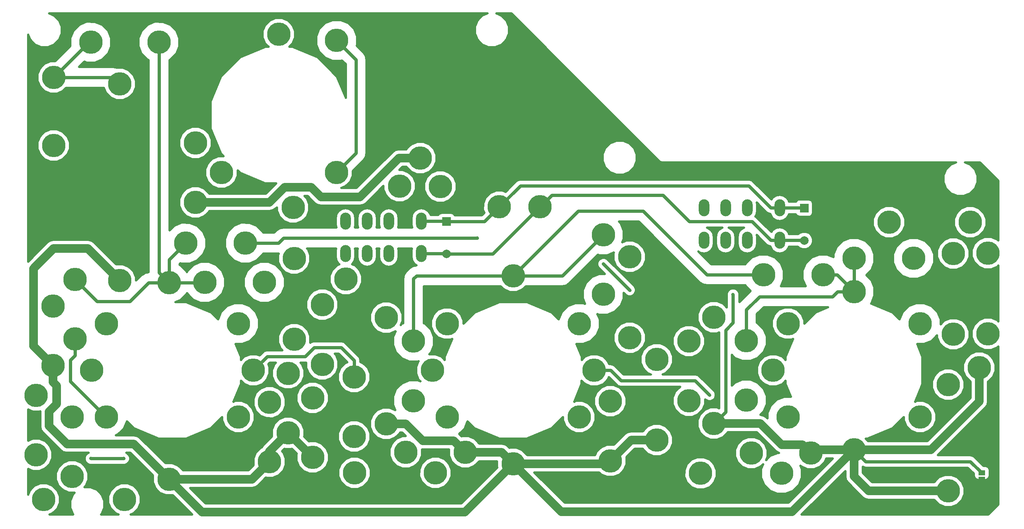
<source format=gtl>
G04 #@! TF.FileFunction,Copper,L1,Top,Signal*
%FSLAX46Y46*%
G04 Gerber Fmt 4.6, Leading zero omitted, Abs format (unit mm)*
G04 Created by KiCad (PCBNEW 4.0.5+dfsg1-4) date Sun May 14 19:10:16 2017*
%MOMM*%
%LPD*%
G01*
G04 APERTURE LIST*
%ADD10C,0.100000*%
%ADD11C,0.800000*%
%ADD12C,5.500000*%
%ADD13R,2.000000X2.000000*%
%ADD14C,2.000000*%
%ADD15O,2.500000X4.000000*%
%ADD16R,1.600200X1.168400*%
%ADD17C,0.800000*%
%ADD18C,2.000000*%
%ADD19C,0.500000*%
G04 APERTURE END LIST*
D10*
D11*
X100863400Y-217093800D03*
X166192200Y-169265600D03*
X154152600Y-179781200D03*
X237591600Y-184861200D03*
X110464600Y-203682600D03*
X217195400Y-213461600D03*
D12*
X249500000Y-174000000D03*
X246000000Y-185000000D03*
X280500000Y-196000000D03*
X249500000Y-196000000D03*
X280500000Y-174000000D03*
X247980600Y-209219800D03*
X228980600Y-209219800D03*
X294995600Y-214579200D03*
X212344000Y-158317800D03*
X212344000Y-177317800D03*
X85827600Y-107848400D03*
X101827600Y-107848400D03*
X110388400Y-131516600D03*
X110388400Y-145516600D03*
X264998200Y-166482600D03*
X264998200Y-203682600D03*
X104203500Y-164380500D03*
X104203500Y-210580500D03*
D13*
X253314200Y-146862800D03*
D14*
X253314200Y-154482800D03*
D15*
X229768400Y-154432000D03*
X234848400Y-154432000D03*
X247548400Y-154432000D03*
X247548400Y-146812000D03*
X234848400Y-146812000D03*
X229768400Y-146812000D03*
X239928400Y-146812000D03*
X239928400Y-154432000D03*
D12*
X181737000Y-146532600D03*
X191287400Y-146532600D03*
X163195000Y-135077200D03*
X143560800Y-107442000D03*
X243723400Y-162560000D03*
X257723400Y-162560000D03*
X108123200Y-155092400D03*
X122123200Y-155092400D03*
X264983200Y-158673800D03*
X278983200Y-158673800D03*
X239725200Y-177990500D03*
X239725200Y-191990500D03*
X226237800Y-192140600D03*
X226237800Y-178140600D03*
X240878600Y-204470000D03*
X254878600Y-204470000D03*
X207797400Y-192263000D03*
X207797400Y-206263000D03*
X206146400Y-153121600D03*
X206146400Y-167121600D03*
X161594800Y-178125600D03*
X161594800Y-192125600D03*
X147650200Y-200548000D03*
X147650200Y-186548000D03*
X159751000Y-204292200D03*
X173751000Y-204292200D03*
X127812800Y-192466200D03*
X127812800Y-206466200D03*
X112583200Y-164312600D03*
X126583200Y-164312600D03*
X140182600Y-183580800D03*
X140182600Y-169580800D03*
X76936600Y-169870600D03*
X76936600Y-183870600D03*
X294411400Y-184378600D03*
D16*
X294995600Y-209118200D03*
X294995600Y-210642200D03*
D12*
X288315400Y-157530800D03*
X288315400Y-176530800D03*
X232092500Y-172510400D03*
X232092500Y-197510400D03*
X218694000Y-182409700D03*
X218694000Y-201409700D03*
X155194000Y-172589800D03*
X155194000Y-197589800D03*
X166751000Y-209092800D03*
X147751000Y-209092800D03*
X133578600Y-158698800D03*
X133578600Y-177698800D03*
X93751800Y-215366600D03*
X74751800Y-215366600D03*
X92633800Y-117657200D03*
X92633800Y-163857200D03*
X132156200Y-185684400D03*
X132156200Y-199684400D03*
X81483200Y-209956400D03*
X81483200Y-195956400D03*
X137922000Y-191475600D03*
X137922000Y-205475600D03*
X82143600Y-163611800D03*
X82143600Y-177611800D03*
X72999600Y-190876400D03*
X72999600Y-204876400D03*
X77114400Y-132130800D03*
X77114400Y-116130800D03*
X169500000Y-174000000D03*
X166000000Y-185000000D03*
X200500000Y-196000000D03*
X169500000Y-196000000D03*
X200500000Y-174000000D03*
X204000000Y-185000000D03*
X89500000Y-174000000D03*
X86000000Y-185000000D03*
X120500000Y-196000000D03*
X89500000Y-196000000D03*
X120500000Y-174000000D03*
X124000000Y-185000000D03*
X287096200Y-188366400D03*
X287096200Y-213366400D03*
X273252800Y-150164800D03*
X292252800Y-150164800D03*
X185006000Y-162775200D03*
X185006000Y-206975200D03*
X296443400Y-176428800D03*
X296443400Y-157428800D03*
D13*
X169341800Y-150012400D03*
D14*
X169341800Y-157632400D03*
D15*
X145643600Y-157556200D03*
X150723600Y-157556200D03*
X163423600Y-157556200D03*
X163423600Y-149936200D03*
X150723600Y-149936200D03*
X145643600Y-149936200D03*
X155803600Y-149936200D03*
X155803600Y-157556200D03*
D12*
X145745200Y-163550600D03*
X158318200Y-141681200D03*
X133324600Y-146710400D03*
X167894000Y-141757400D03*
X130000000Y-106000000D03*
X116500000Y-138500000D03*
X143500000Y-138500000D03*
D11*
X236601000Y-167157400D03*
X176530000Y-153873200D03*
X212344000Y-166141400D03*
X206197200Y-159994600D03*
X231089200Y-190791513D03*
X93599000Y-205740000D03*
X85852000Y-205740000D03*
D17*
X264998200Y-166482600D02*
X261109113Y-166482600D01*
X261109113Y-166482600D02*
X259900913Y-167690800D01*
X259900913Y-167690800D02*
X242798600Y-167690800D01*
X242798600Y-167690800D02*
X239725200Y-170764200D01*
X239725200Y-170764200D02*
X239725200Y-177990500D01*
X264998200Y-166482600D02*
X261075600Y-162560000D01*
X261075600Y-162560000D02*
X257723400Y-162560000D01*
X264983200Y-158673800D02*
X264983200Y-166467600D01*
X264983200Y-166467600D02*
X264998200Y-166482600D01*
D18*
X76936600Y-183870600D02*
X72386599Y-179320599D01*
X72386599Y-179320599D02*
X72386599Y-161064801D01*
X72386599Y-161064801D02*
X77063600Y-156387800D01*
X77063600Y-156387800D02*
X85164400Y-156387800D01*
X85164400Y-156387800D02*
X92633800Y-163857200D01*
X232092500Y-197510400D02*
X243001800Y-197510400D01*
X243001800Y-197510400D02*
X247980200Y-202488800D01*
X247980200Y-202488800D02*
X252897400Y-202488800D01*
X252897400Y-202488800D02*
X254878600Y-204470000D01*
X77800200Y-192905398D02*
X77800200Y-188623287D01*
X77800200Y-188623287D02*
X76936600Y-187759687D01*
X76936600Y-187759687D02*
X76936600Y-183870600D01*
X77800200Y-192905398D02*
X76022200Y-194683398D01*
X76022200Y-194683398D02*
X76022200Y-198120000D01*
X76022200Y-198120000D02*
X80238600Y-202336400D01*
X80238600Y-202336400D02*
X95959400Y-202336400D01*
X95959400Y-202336400D02*
X104203500Y-210580500D01*
X137589801Y-141958601D02*
X139839801Y-144208601D01*
X139839801Y-144208601D02*
X149056797Y-144208601D01*
X149056797Y-144208601D02*
X158188198Y-135077200D01*
X158188198Y-135077200D02*
X159305913Y-135077200D01*
X159305913Y-135077200D02*
X163195000Y-135077200D01*
X110388400Y-145516600D02*
X127784398Y-145516600D01*
X127784398Y-145516600D02*
X131342397Y-141958601D01*
X131342397Y-141958601D02*
X137589801Y-141958601D01*
X132156200Y-199684400D02*
X132156200Y-199709800D01*
X132156200Y-199709800D02*
X137922000Y-205475600D01*
X127812800Y-206466200D02*
X127812800Y-204027800D01*
X127812800Y-204027800D02*
X132156200Y-199684400D01*
X104203500Y-210580500D02*
X123698500Y-210580500D01*
X123698500Y-210580500D02*
X127812800Y-206466200D01*
D17*
X234842499Y-186365701D02*
X234842499Y-175547199D01*
X234842499Y-175547199D02*
X236601000Y-173788698D01*
X236601000Y-173788698D02*
X236601000Y-167157400D01*
X232092500Y-197510400D02*
X234842499Y-194760401D01*
X234842499Y-194760401D02*
X234842499Y-186365701D01*
D18*
X173642800Y-218338400D02*
X111961400Y-218338400D01*
X111961400Y-218338400D02*
X104203500Y-210580500D01*
X185006000Y-206975200D02*
X173642800Y-218338400D01*
X173751000Y-204292200D02*
X171001001Y-201542201D01*
X171001001Y-201542201D02*
X163735003Y-201542201D01*
X163735003Y-201542201D02*
X159782602Y-197589800D01*
X159782602Y-197589800D02*
X159083087Y-197589800D01*
X159083087Y-197589800D02*
X155194000Y-197589800D01*
X173751000Y-204292200D02*
X182323000Y-204292200D01*
X182323000Y-204292200D02*
X185006000Y-206975200D01*
X218694000Y-201409700D02*
X212650700Y-201409700D01*
X212650700Y-201409700D02*
X207797400Y-206263000D01*
X185006000Y-206975200D02*
X207085200Y-206975200D01*
X207085200Y-206975200D02*
X207797400Y-206263000D01*
X250469400Y-218211400D02*
X196242200Y-218211400D01*
X264998200Y-203682600D02*
X250469400Y-218211400D01*
X196242200Y-218211400D02*
X185006000Y-206975200D01*
X264998200Y-203682600D02*
X255666000Y-203682600D01*
X255666000Y-203682600D02*
X254878600Y-204470000D01*
X264998200Y-209931000D02*
X268433600Y-213366400D01*
X268433600Y-213366400D02*
X274682000Y-213366400D01*
X264998200Y-203682600D02*
X264998200Y-209931000D01*
D17*
X264998200Y-203682600D02*
X267748199Y-206432599D01*
X267748199Y-206432599D02*
X292309999Y-206432599D01*
X292309999Y-206432599D02*
X294735399Y-208857999D01*
D18*
X283032200Y-203682600D02*
X294411400Y-192303400D01*
X294411400Y-192303400D02*
X294411400Y-184378600D01*
X264998200Y-203682600D02*
X283032200Y-203682600D01*
X274682000Y-213366400D02*
X287096200Y-213366400D01*
D17*
X122123200Y-155092400D02*
X129858998Y-155092400D01*
X131078198Y-153873200D02*
X176530000Y-153873200D01*
X129858998Y-155092400D02*
X131078198Y-153873200D01*
X185006000Y-162775200D02*
X200207200Y-147574000D01*
X200207200Y-147574000D02*
X215468200Y-147574000D01*
X215468200Y-147574000D02*
X230454200Y-162560000D01*
X230454200Y-162560000D02*
X243723400Y-162560000D01*
X185006000Y-162775200D02*
X196492800Y-162775200D01*
X196492800Y-162775200D02*
X206146400Y-153121600D01*
X161594800Y-163499800D02*
X162319400Y-162775200D01*
X162319400Y-162775200D02*
X185006000Y-162775200D01*
X161594800Y-178125600D02*
X161594800Y-163499800D01*
X101827600Y-107848400D02*
X101827600Y-162004600D01*
X101827600Y-162004600D02*
X104203500Y-164380500D01*
X104203500Y-164380500D02*
X104203500Y-159012100D01*
X104203500Y-159012100D02*
X108123200Y-155092400D01*
X104203500Y-164380500D02*
X112515300Y-164380500D01*
X112515300Y-164380500D02*
X112583200Y-164312600D01*
X82143600Y-163611800D02*
X87339001Y-168807201D01*
X87339001Y-168807201D02*
X95009801Y-168807201D01*
X95009801Y-168807201D02*
X99436502Y-164380500D01*
X99436502Y-164380500D02*
X100314413Y-164380500D01*
X100314413Y-164380500D02*
X104203500Y-164380500D01*
X206197200Y-159994600D02*
X212344000Y-166141400D01*
X82143600Y-177611800D02*
X82143600Y-181500887D01*
X82143600Y-181500887D02*
X81049999Y-182594488D01*
X81049999Y-182594488D02*
X81049999Y-187549999D01*
X81049999Y-187549999D02*
X86750001Y-193250001D01*
X86750001Y-193250001D02*
X89500000Y-196000000D01*
X240291400Y-141605000D02*
X186664600Y-141605000D01*
X186664600Y-141605000D02*
X181737000Y-146532600D01*
X169341800Y-150012400D02*
X178257200Y-150012400D01*
X178257200Y-150012400D02*
X181737000Y-146532600D01*
X240291400Y-141605000D02*
X245498400Y-146812000D01*
X245498400Y-146812000D02*
X247548400Y-146812000D01*
X247548400Y-146812000D02*
X253263400Y-146812000D01*
X253263400Y-146812000D02*
X253314200Y-146862800D01*
X163423600Y-149936200D02*
X169265600Y-149936200D01*
X169265600Y-149936200D02*
X169341800Y-150012400D01*
X247548400Y-154432000D02*
X245498400Y-154432000D01*
X245498400Y-154432000D02*
X241078410Y-150012010D01*
X241078410Y-150012010D02*
X226339010Y-150012010D01*
X226339010Y-150012010D02*
X220109601Y-143782601D01*
X220109601Y-143782601D02*
X194037399Y-143782601D01*
X194037399Y-143782601D02*
X191287400Y-146532600D01*
X169341800Y-157632400D02*
X180187600Y-157632400D01*
X180187600Y-157632400D02*
X191287400Y-146532600D01*
X247548400Y-154432000D02*
X253263400Y-154432000D01*
X253263400Y-154432000D02*
X253314200Y-154482800D01*
X163423600Y-157556200D02*
X169265600Y-157556200D01*
X169265600Y-157556200D02*
X169341800Y-157632400D01*
X77114400Y-116130800D02*
X85396800Y-107848400D01*
X85396800Y-107848400D02*
X85827600Y-107848400D01*
X77114400Y-116130800D02*
X91107400Y-116130800D01*
X91107400Y-116130800D02*
X92633800Y-117657200D01*
X148132800Y-112014000D02*
X148132800Y-133867200D01*
X148132800Y-133867200D02*
X143500000Y-138500000D01*
X143560800Y-107442000D02*
X148132800Y-112014000D01*
X210290287Y-187401200D02*
X227698887Y-187401200D01*
X227698887Y-187401200D02*
X231089200Y-190791513D01*
X204000000Y-185000000D02*
X207889087Y-185000000D01*
X207889087Y-185000000D02*
X210290287Y-187401200D01*
X294995600Y-214579200D02*
X294995600Y-210902401D01*
X124000000Y-185000000D02*
X127265601Y-181734399D01*
X136182999Y-181734399D02*
X138286599Y-179630799D01*
X127265601Y-181734399D02*
X136182999Y-181734399D01*
X138286599Y-179630799D02*
X144622086Y-179630799D01*
X144622086Y-179630799D02*
X147650200Y-182658913D01*
X147650200Y-182658913D02*
X147650200Y-186548000D01*
X85852000Y-205740000D02*
X93599000Y-205740000D01*
D19*
G36*
X72240417Y-194675739D02*
X73752151Y-194677058D01*
X73993279Y-194577426D01*
X73972200Y-194683398D01*
X73972200Y-198120000D01*
X74128247Y-198904501D01*
X74572631Y-199569569D01*
X78789031Y-203785969D01*
X79454099Y-204230353D01*
X80238600Y-204386400D01*
X85330929Y-204386400D01*
X85031714Y-204510033D01*
X84623467Y-204917569D01*
X84402252Y-205450312D01*
X84401749Y-206027157D01*
X84622033Y-206560286D01*
X85029569Y-206968533D01*
X85562312Y-207189748D01*
X86139157Y-207190251D01*
X86139764Y-207190000D01*
X93598308Y-207190000D01*
X93886157Y-207190251D01*
X94419286Y-206969967D01*
X94827533Y-206562431D01*
X95048748Y-206029688D01*
X95049251Y-205452843D01*
X94828967Y-204919714D01*
X94421431Y-204511467D01*
X94120237Y-204386400D01*
X95110262Y-204386400D01*
X100445536Y-209721674D01*
X100404161Y-209821317D01*
X100402842Y-211333051D01*
X100980139Y-212730215D01*
X102048163Y-213800104D01*
X103444317Y-214379839D01*
X104956051Y-214381158D01*
X105061464Y-214337602D01*
X109623862Y-218900000D01*
X95151164Y-218900000D01*
X95901515Y-218589961D01*
X96971404Y-217521937D01*
X97551139Y-216125783D01*
X97552458Y-214614049D01*
X96975161Y-213216885D01*
X95907137Y-212146996D01*
X94510983Y-211567261D01*
X92999249Y-211565942D01*
X91602085Y-212143239D01*
X90532196Y-213211263D01*
X89952461Y-214607417D01*
X89951142Y-216119151D01*
X90528439Y-217516315D01*
X91596463Y-218586204D01*
X92352166Y-218900000D01*
X88257606Y-218900000D01*
X88389058Y-218768777D01*
X88999305Y-217299140D01*
X89000693Y-215707841D01*
X88393013Y-214237142D01*
X87268777Y-213110942D01*
X85799140Y-212500695D01*
X84314464Y-212499400D01*
X84702804Y-212111737D01*
X85282539Y-210715583D01*
X85283858Y-209203849D01*
X84706561Y-207806685D01*
X83638537Y-206736796D01*
X82242383Y-206157061D01*
X80730649Y-206155742D01*
X79333485Y-206733039D01*
X78263596Y-207801063D01*
X77683861Y-209197217D01*
X77682542Y-210708951D01*
X78259839Y-212106115D01*
X79327863Y-213176004D01*
X80724017Y-213755739D01*
X82086066Y-213756927D01*
X81610942Y-214231223D01*
X81000695Y-215700860D01*
X80999307Y-217292159D01*
X81606987Y-218762858D01*
X81743890Y-218900000D01*
X76151164Y-218900000D01*
X76901515Y-218589961D01*
X77971404Y-217521937D01*
X78551139Y-216125783D01*
X78552458Y-214614049D01*
X77975161Y-213216885D01*
X76907137Y-212146996D01*
X75510983Y-211567261D01*
X73999249Y-211565942D01*
X72602085Y-212143239D01*
X71532196Y-213211263D01*
X71100000Y-214252104D01*
X71100000Y-208202196D01*
X72240417Y-208675739D01*
X73752151Y-208677058D01*
X75149315Y-208099761D01*
X76219204Y-207031737D01*
X76798939Y-205635583D01*
X76800258Y-204123849D01*
X76222961Y-202726685D01*
X75154937Y-201656796D01*
X73758783Y-201077061D01*
X72247049Y-201075742D01*
X71100000Y-201549693D01*
X71100000Y-194202196D01*
X72240417Y-194675739D01*
X72240417Y-194675739D01*
G37*
X72240417Y-194675739D02*
X73752151Y-194677058D01*
X73993279Y-194577426D01*
X73972200Y-194683398D01*
X73972200Y-198120000D01*
X74128247Y-198904501D01*
X74572631Y-199569569D01*
X78789031Y-203785969D01*
X79454099Y-204230353D01*
X80238600Y-204386400D01*
X85330929Y-204386400D01*
X85031714Y-204510033D01*
X84623467Y-204917569D01*
X84402252Y-205450312D01*
X84401749Y-206027157D01*
X84622033Y-206560286D01*
X85029569Y-206968533D01*
X85562312Y-207189748D01*
X86139157Y-207190251D01*
X86139764Y-207190000D01*
X93598308Y-207190000D01*
X93886157Y-207190251D01*
X94419286Y-206969967D01*
X94827533Y-206562431D01*
X95048748Y-206029688D01*
X95049251Y-205452843D01*
X94828967Y-204919714D01*
X94421431Y-204511467D01*
X94120237Y-204386400D01*
X95110262Y-204386400D01*
X100445536Y-209721674D01*
X100404161Y-209821317D01*
X100402842Y-211333051D01*
X100980139Y-212730215D01*
X102048163Y-213800104D01*
X103444317Y-214379839D01*
X104956051Y-214381158D01*
X105061464Y-214337602D01*
X109623862Y-218900000D01*
X95151164Y-218900000D01*
X95901515Y-218589961D01*
X96971404Y-217521937D01*
X97551139Y-216125783D01*
X97552458Y-214614049D01*
X96975161Y-213216885D01*
X95907137Y-212146996D01*
X94510983Y-211567261D01*
X92999249Y-211565942D01*
X91602085Y-212143239D01*
X90532196Y-213211263D01*
X89952461Y-214607417D01*
X89951142Y-216119151D01*
X90528439Y-217516315D01*
X91596463Y-218586204D01*
X92352166Y-218900000D01*
X88257606Y-218900000D01*
X88389058Y-218768777D01*
X88999305Y-217299140D01*
X89000693Y-215707841D01*
X88393013Y-214237142D01*
X87268777Y-213110942D01*
X85799140Y-212500695D01*
X84314464Y-212499400D01*
X84702804Y-212111737D01*
X85282539Y-210715583D01*
X85283858Y-209203849D01*
X84706561Y-207806685D01*
X83638537Y-206736796D01*
X82242383Y-206157061D01*
X80730649Y-206155742D01*
X79333485Y-206733039D01*
X78263596Y-207801063D01*
X77683861Y-209197217D01*
X77682542Y-210708951D01*
X78259839Y-212106115D01*
X79327863Y-213176004D01*
X80724017Y-213755739D01*
X82086066Y-213756927D01*
X81610942Y-214231223D01*
X81000695Y-215700860D01*
X80999307Y-217292159D01*
X81606987Y-218762858D01*
X81743890Y-218900000D01*
X76151164Y-218900000D01*
X76901515Y-218589961D01*
X77971404Y-217521937D01*
X78551139Y-216125783D01*
X78552458Y-214614049D01*
X77975161Y-213216885D01*
X76907137Y-212146996D01*
X75510983Y-211567261D01*
X73999249Y-211565942D01*
X72602085Y-212143239D01*
X71532196Y-213211263D01*
X71100000Y-214252104D01*
X71100000Y-208202196D01*
X72240417Y-208675739D01*
X73752151Y-208677058D01*
X75149315Y-208099761D01*
X76219204Y-207031737D01*
X76798939Y-205635583D01*
X76800258Y-204123849D01*
X76222961Y-202726685D01*
X75154937Y-201656796D01*
X73758783Y-201077061D01*
X72247049Y-201075742D01*
X71100000Y-201549693D01*
X71100000Y-194202196D01*
X72240417Y-194675739D01*
G36*
X177737142Y-101606987D02*
X176610942Y-102731223D01*
X176000695Y-104200860D01*
X175999307Y-105792159D01*
X176606987Y-107262858D01*
X177731223Y-108389058D01*
X179200860Y-108999305D01*
X180792159Y-109000693D01*
X182262858Y-108393013D01*
X183389058Y-107268777D01*
X183999305Y-105799140D01*
X184000693Y-104207841D01*
X183393013Y-102737142D01*
X182268777Y-101610942D01*
X181038293Y-101100000D01*
X184544366Y-101100000D01*
X219222183Y-135777818D01*
X219579049Y-136016268D01*
X220000000Y-136100000D01*
X288964145Y-136100000D01*
X287737142Y-136606987D01*
X286610942Y-137731223D01*
X286000695Y-139200860D01*
X285999307Y-140792159D01*
X286606987Y-142262858D01*
X287731223Y-143389058D01*
X289200860Y-143999305D01*
X290792159Y-144000693D01*
X292262858Y-143393013D01*
X293389058Y-142268777D01*
X293999305Y-140799140D01*
X294000693Y-139207841D01*
X293393013Y-137737142D01*
X292268777Y-136610942D01*
X291038293Y-136100000D01*
X294544366Y-136100000D01*
X298900000Y-140455635D01*
X298900000Y-154510985D01*
X298598737Y-154209196D01*
X297202583Y-153629461D01*
X295690849Y-153628142D01*
X294293685Y-154205439D01*
X293223796Y-155273463D01*
X292644061Y-156669617D01*
X292642742Y-158181351D01*
X293220039Y-159578515D01*
X294288063Y-160648404D01*
X295684217Y-161228139D01*
X297195951Y-161229458D01*
X298593115Y-160652161D01*
X298900000Y-160345811D01*
X298900000Y-173510985D01*
X298598737Y-173209196D01*
X297202583Y-172629461D01*
X295690849Y-172628142D01*
X294293685Y-173205439D01*
X293223796Y-174273463D01*
X292644061Y-175669617D01*
X292642742Y-177181351D01*
X293220039Y-178578515D01*
X294288063Y-179648404D01*
X295684217Y-180228139D01*
X297195951Y-180229458D01*
X298593115Y-179652161D01*
X298900000Y-179345811D01*
X298900000Y-216544365D01*
X296544366Y-218900000D01*
X252679938Y-218900000D01*
X262948200Y-208631738D01*
X262948200Y-209931000D01*
X263104247Y-210715501D01*
X263548631Y-211380569D01*
X266984031Y-214815969D01*
X267649099Y-215260353D01*
X268433600Y-215416400D01*
X283831638Y-215416400D01*
X283872839Y-215516115D01*
X284940863Y-216586004D01*
X286337017Y-217165739D01*
X287848751Y-217167058D01*
X289245915Y-216589761D01*
X290315804Y-215521737D01*
X290895539Y-214125583D01*
X290896858Y-212613849D01*
X290319561Y-211216685D01*
X289251537Y-210146796D01*
X287855383Y-209567061D01*
X286343649Y-209565742D01*
X284946485Y-210143039D01*
X283876596Y-211211063D01*
X283832856Y-211316400D01*
X269282738Y-211316400D01*
X267048200Y-209081862D01*
X267048200Y-207675266D01*
X267193308Y-207772224D01*
X267748199Y-207882599D01*
X291709389Y-207882599D01*
X293124930Y-209298140D01*
X293124930Y-209702400D01*
X293198145Y-210091507D01*
X293428107Y-210448877D01*
X293778988Y-210688624D01*
X294195500Y-210772970D01*
X295795700Y-210772970D01*
X296184807Y-210699755D01*
X296542177Y-210469793D01*
X296781924Y-210118912D01*
X296866270Y-209702400D01*
X296866270Y-208534000D01*
X296793055Y-208144893D01*
X296563093Y-207787523D01*
X296212212Y-207547776D01*
X295795700Y-207463430D01*
X295391440Y-207463430D01*
X293335304Y-205407294D01*
X292864890Y-205092974D01*
X292309999Y-204982599D01*
X284631339Y-204982599D01*
X295860969Y-193752969D01*
X296305353Y-193087901D01*
X296461400Y-192303400D01*
X296461400Y-187643162D01*
X296561115Y-187601961D01*
X297631004Y-186533937D01*
X298210739Y-185137783D01*
X298212058Y-183626049D01*
X297634761Y-182228885D01*
X296566737Y-181158996D01*
X295170583Y-180579261D01*
X293658849Y-180577942D01*
X292261685Y-181155239D01*
X291191796Y-182223263D01*
X290612061Y-183619417D01*
X290610742Y-185131151D01*
X291188039Y-186528315D01*
X292256063Y-187598204D01*
X292361400Y-187641944D01*
X292361400Y-191454262D01*
X282183062Y-201632600D01*
X268262762Y-201632600D01*
X268221561Y-201532885D01*
X267741913Y-201052399D01*
X268178536Y-201052780D01*
X274079717Y-198614462D01*
X276700000Y-195998749D01*
X276699342Y-196752551D01*
X277276639Y-198149715D01*
X278344663Y-199219604D01*
X279740817Y-199799339D01*
X281252551Y-199800658D01*
X282649715Y-199223361D01*
X283719604Y-198155337D01*
X284299339Y-196759183D01*
X284300658Y-195247449D01*
X283723361Y-193850285D01*
X282655337Y-192780396D01*
X281259183Y-192200661D01*
X279747449Y-192199342D01*
X279315071Y-192377997D01*
X280668345Y-189118951D01*
X283295542Y-189118951D01*
X283872839Y-190516115D01*
X284940863Y-191586004D01*
X286337017Y-192165739D01*
X287848751Y-192167058D01*
X289245915Y-191589761D01*
X290315804Y-190521737D01*
X290895539Y-189125583D01*
X290896858Y-187613849D01*
X290319561Y-186216685D01*
X289251537Y-185146796D01*
X287855383Y-184567061D01*
X286343649Y-184565742D01*
X284946485Y-185143039D01*
X283876596Y-186211063D01*
X283296861Y-187607217D01*
X283295542Y-189118951D01*
X280668345Y-189118951D01*
X281047208Y-188206549D01*
X281052780Y-181821464D01*
X279804087Y-178799395D01*
X281450590Y-178800832D01*
X283215430Y-178071615D01*
X284515186Y-176774126D01*
X284514742Y-177283351D01*
X285092039Y-178680515D01*
X286160063Y-179750404D01*
X287556217Y-180330139D01*
X289067951Y-180331458D01*
X290465115Y-179754161D01*
X291535004Y-178686137D01*
X292114739Y-177289983D01*
X292116058Y-175778249D01*
X291538761Y-174381085D01*
X290470737Y-173311196D01*
X289074583Y-172731461D01*
X287562849Y-172730142D01*
X286165685Y-173307439D01*
X285299852Y-174171762D01*
X285300832Y-173049410D01*
X284571615Y-171284570D01*
X283222532Y-169933130D01*
X281458968Y-169200835D01*
X279549410Y-169199168D01*
X277784570Y-169928385D01*
X276433130Y-171277468D01*
X275712408Y-173013160D01*
X274103465Y-171401406D01*
X268991388Y-169278686D01*
X269065070Y-169205132D01*
X269797365Y-167441568D01*
X269799032Y-165532010D01*
X269069815Y-163767170D01*
X267874543Y-162569809D01*
X269050070Y-161396332D01*
X269782365Y-159632768D01*
X269782372Y-159624390D01*
X274182368Y-159624390D01*
X274911585Y-161389230D01*
X276260668Y-162740670D01*
X278024232Y-163472965D01*
X279933790Y-163474632D01*
X281698630Y-162745415D01*
X283050070Y-161396332D01*
X283782365Y-159632768D01*
X283783543Y-158283351D01*
X284514742Y-158283351D01*
X285092039Y-159680515D01*
X286160063Y-160750404D01*
X287556217Y-161330139D01*
X289067951Y-161331458D01*
X290465115Y-160754161D01*
X291535004Y-159686137D01*
X292114739Y-158289983D01*
X292116058Y-156778249D01*
X291538761Y-155381085D01*
X290470737Y-154311196D01*
X289074583Y-153731461D01*
X287562849Y-153730142D01*
X286165685Y-154307439D01*
X285095796Y-155375463D01*
X284516061Y-156771617D01*
X284514742Y-158283351D01*
X283783543Y-158283351D01*
X283784032Y-157723210D01*
X283054815Y-155958370D01*
X281705732Y-154606930D01*
X279942168Y-153874635D01*
X278032610Y-153872968D01*
X276267770Y-154602185D01*
X274916330Y-155951268D01*
X274184035Y-157714832D01*
X274182368Y-159624390D01*
X269782372Y-159624390D01*
X269784032Y-157723210D01*
X269054815Y-155958370D01*
X267705732Y-154606930D01*
X265942168Y-153874635D01*
X264032610Y-153872968D01*
X262267770Y-154602185D01*
X260916330Y-155951268D01*
X260184035Y-157714832D01*
X260183451Y-158384138D01*
X258682368Y-157760835D01*
X256772810Y-157759168D01*
X255007970Y-158488385D01*
X253656530Y-159837468D01*
X252924235Y-161601032D01*
X252922568Y-163510590D01*
X253637476Y-165240800D01*
X247807599Y-165240800D01*
X248522565Y-163518968D01*
X248524232Y-161609410D01*
X247795015Y-159844570D01*
X246445932Y-158493130D01*
X244682368Y-157760835D01*
X242772810Y-157759168D01*
X241007970Y-158488385D01*
X239656530Y-159837468D01*
X239543365Y-160110000D01*
X231469023Y-160110000D01*
X228398421Y-157039398D01*
X228888228Y-157366676D01*
X229768400Y-157541753D01*
X230648572Y-157366676D01*
X231394746Y-156868099D01*
X231893323Y-156121925D01*
X232068400Y-155241753D01*
X232068400Y-153622247D01*
X231893323Y-152742075D01*
X231394746Y-151995901D01*
X230648572Y-151497324D01*
X230471036Y-151462010D01*
X234145764Y-151462010D01*
X233968228Y-151497324D01*
X233222054Y-151995901D01*
X232723477Y-152742075D01*
X232548400Y-153622247D01*
X232548400Y-155241753D01*
X232723477Y-156121925D01*
X233222054Y-156868099D01*
X233968228Y-157366676D01*
X234848400Y-157541753D01*
X235728572Y-157366676D01*
X236474746Y-156868099D01*
X236973323Y-156121925D01*
X237148400Y-155241753D01*
X237148400Y-153622247D01*
X236973323Y-152742075D01*
X236474746Y-151995901D01*
X235728572Y-151497324D01*
X235551036Y-151462010D01*
X239225764Y-151462010D01*
X239048228Y-151497324D01*
X238302054Y-151995901D01*
X237803477Y-152742075D01*
X237628400Y-153622247D01*
X237628400Y-155241753D01*
X237803477Y-156121925D01*
X238302054Y-156868099D01*
X239048228Y-157366676D01*
X239928400Y-157541753D01*
X240808572Y-157366676D01*
X241554746Y-156868099D01*
X242053323Y-156121925D01*
X242228400Y-155241753D01*
X242228400Y-153622247D01*
X242126686Y-153110896D01*
X244473095Y-155457305D01*
X244943509Y-155771625D01*
X245370700Y-155856599D01*
X245423477Y-156121925D01*
X245922054Y-156868099D01*
X246668228Y-157366676D01*
X247548400Y-157541753D01*
X248428572Y-157366676D01*
X249174746Y-156868099D01*
X249673323Y-156121925D01*
X249721047Y-155882000D01*
X251814349Y-155882000D01*
X252151452Y-156219692D01*
X252904641Y-156532443D01*
X253720181Y-156533155D01*
X254473915Y-156221719D01*
X255051092Y-155645548D01*
X255363843Y-154892359D01*
X255364555Y-154076819D01*
X255053119Y-153323085D01*
X254476948Y-152745908D01*
X253723759Y-152433157D01*
X252908219Y-152432445D01*
X252154485Y-152743881D01*
X251915950Y-152982000D01*
X249721047Y-152982000D01*
X249673323Y-152742075D01*
X249174746Y-151995901D01*
X248428572Y-151497324D01*
X247548400Y-151322247D01*
X246668228Y-151497324D01*
X245922054Y-151995901D01*
X245597957Y-152480947D01*
X244034361Y-150917351D01*
X269452142Y-150917351D01*
X270029439Y-152314515D01*
X271097463Y-153384404D01*
X272493617Y-153964139D01*
X274005351Y-153965458D01*
X275402515Y-153388161D01*
X276472404Y-152320137D01*
X277052139Y-150923983D01*
X277052144Y-150917351D01*
X288452142Y-150917351D01*
X289029439Y-152314515D01*
X290097463Y-153384404D01*
X291493617Y-153964139D01*
X293005351Y-153965458D01*
X294402515Y-153388161D01*
X295472404Y-152320137D01*
X296052139Y-150923983D01*
X296053458Y-149412249D01*
X295476161Y-148015085D01*
X294408137Y-146945196D01*
X293011983Y-146365461D01*
X291500249Y-146364142D01*
X290103085Y-146941439D01*
X289033196Y-148009463D01*
X288453461Y-149405617D01*
X288452142Y-150917351D01*
X277052144Y-150917351D01*
X277053458Y-149412249D01*
X276476161Y-148015085D01*
X275408137Y-146945196D01*
X274011983Y-146365461D01*
X272500249Y-146364142D01*
X271103085Y-146941439D01*
X270033196Y-148009463D01*
X269453461Y-149405617D01*
X269452142Y-150917351D01*
X244034361Y-150917351D01*
X242103715Y-148986705D01*
X241844938Y-148813796D01*
X242053323Y-148501925D01*
X242228400Y-147621753D01*
X242228400Y-146002247D01*
X242126686Y-145490896D01*
X244473095Y-147837305D01*
X244943509Y-148151625D01*
X245370700Y-148236599D01*
X245423477Y-148501925D01*
X245922054Y-149248099D01*
X246668228Y-149746676D01*
X247548400Y-149921753D01*
X248428572Y-149746676D01*
X249174746Y-149248099D01*
X249673323Y-148501925D01*
X249721047Y-148262000D01*
X251323340Y-148262000D01*
X251546807Y-148609277D01*
X251897688Y-148849024D01*
X252314200Y-148933370D01*
X254314200Y-148933370D01*
X254703307Y-148860155D01*
X255060677Y-148630193D01*
X255300424Y-148279312D01*
X255384770Y-147862800D01*
X255384770Y-145862800D01*
X255311555Y-145473693D01*
X255081593Y-145116323D01*
X254730712Y-144876576D01*
X254314200Y-144792230D01*
X252314200Y-144792230D01*
X251925093Y-144865445D01*
X251567723Y-145095407D01*
X251385568Y-145362000D01*
X249721047Y-145362000D01*
X249673323Y-145122075D01*
X249174746Y-144375901D01*
X248428572Y-143877324D01*
X247548400Y-143702247D01*
X246668228Y-143877324D01*
X245922054Y-144375901D01*
X245597957Y-144860947D01*
X241316705Y-140579695D01*
X240846291Y-140265375D01*
X240291400Y-140155000D01*
X186664600Y-140155000D01*
X186109709Y-140265375D01*
X185639295Y-140579695D01*
X183195392Y-143023598D01*
X182496183Y-142733261D01*
X180984449Y-142731942D01*
X179587285Y-143309239D01*
X178517396Y-144377263D01*
X177937661Y-145773417D01*
X177936342Y-147285151D01*
X178227992Y-147990998D01*
X177656590Y-148562400D01*
X171299971Y-148562400D01*
X171109193Y-148265923D01*
X170758312Y-148026176D01*
X170341800Y-147941830D01*
X168341800Y-147941830D01*
X167952693Y-148015045D01*
X167595323Y-148245007D01*
X167430523Y-148486200D01*
X165596247Y-148486200D01*
X165548523Y-148246275D01*
X165049946Y-147500101D01*
X164303772Y-147001524D01*
X163423600Y-146826447D01*
X162543428Y-147001524D01*
X161797254Y-147500101D01*
X161298677Y-148246275D01*
X161123600Y-149126447D01*
X161123600Y-150745953D01*
X161258313Y-151423200D01*
X157968887Y-151423200D01*
X158103600Y-150745953D01*
X158103600Y-149126447D01*
X157928523Y-148246275D01*
X157429946Y-147500101D01*
X156683772Y-147001524D01*
X155803600Y-146826447D01*
X154923428Y-147001524D01*
X154177254Y-147500101D01*
X153678677Y-148246275D01*
X153503600Y-149126447D01*
X153503600Y-150745953D01*
X153638313Y-151423200D01*
X152888887Y-151423200D01*
X153023600Y-150745953D01*
X153023600Y-149126447D01*
X152848523Y-148246275D01*
X152349946Y-147500101D01*
X151603772Y-147001524D01*
X150723600Y-146826447D01*
X149843428Y-147001524D01*
X149097254Y-147500101D01*
X148598677Y-148246275D01*
X148423600Y-149126447D01*
X148423600Y-150745953D01*
X148558313Y-151423200D01*
X147808887Y-151423200D01*
X147943600Y-150745953D01*
X147943600Y-149126447D01*
X147768523Y-148246275D01*
X147269946Y-147500101D01*
X146523772Y-147001524D01*
X145643600Y-146826447D01*
X144763428Y-147001524D01*
X144017254Y-147500101D01*
X143518677Y-148246275D01*
X143343600Y-149126447D01*
X143343600Y-150745953D01*
X143478313Y-151423200D01*
X131078198Y-151423200D01*
X130140623Y-151609695D01*
X129917357Y-151758877D01*
X129345786Y-152140788D01*
X129345784Y-152140791D01*
X128844175Y-152642400D01*
X126304488Y-152642400D01*
X126194815Y-152376970D01*
X124845732Y-151025530D01*
X123082168Y-150293235D01*
X121172610Y-150291568D01*
X119407770Y-151020785D01*
X118056330Y-152369868D01*
X117324035Y-154133432D01*
X117322368Y-156042990D01*
X118051585Y-157807830D01*
X119400668Y-159159270D01*
X121164232Y-159891565D01*
X123073790Y-159893232D01*
X124838630Y-159164015D01*
X126190070Y-157814932D01*
X126303235Y-157542400D01*
X129858993Y-157542400D01*
X129858998Y-157542401D01*
X129951871Y-157523927D01*
X129779261Y-157939617D01*
X129777942Y-159451351D01*
X130355239Y-160848515D01*
X131423263Y-161918404D01*
X132819417Y-162498139D01*
X134331151Y-162499458D01*
X135728315Y-161922161D01*
X136798204Y-160854137D01*
X137377939Y-159457983D01*
X137379258Y-157946249D01*
X136801961Y-156549085D01*
X136576470Y-156323200D01*
X143427789Y-156323200D01*
X143343600Y-156746447D01*
X143343600Y-158365953D01*
X143518677Y-159246125D01*
X144017254Y-159992299D01*
X144165833Y-160091576D01*
X143595485Y-160327239D01*
X142525596Y-161395263D01*
X141945861Y-162791417D01*
X141944542Y-164303151D01*
X142521839Y-165700315D01*
X143589863Y-166770204D01*
X144986017Y-167349939D01*
X146497751Y-167351258D01*
X147894915Y-166773961D01*
X148964804Y-165705937D01*
X149544539Y-164309783D01*
X149545858Y-162798049D01*
X148968561Y-161400885D01*
X147900537Y-160330996D01*
X147199011Y-160039696D01*
X147269946Y-159992299D01*
X147768523Y-159246125D01*
X147943600Y-158365953D01*
X147943600Y-156746447D01*
X147859411Y-156323200D01*
X148507789Y-156323200D01*
X148423600Y-156746447D01*
X148423600Y-158365953D01*
X148598677Y-159246125D01*
X149097254Y-159992299D01*
X149843428Y-160490876D01*
X150723600Y-160665953D01*
X151603772Y-160490876D01*
X152349946Y-159992299D01*
X152848523Y-159246125D01*
X153023600Y-158365953D01*
X153023600Y-156746447D01*
X152939411Y-156323200D01*
X153587789Y-156323200D01*
X153503600Y-156746447D01*
X153503600Y-158365953D01*
X153678677Y-159246125D01*
X154177254Y-159992299D01*
X154923428Y-160490876D01*
X155803600Y-160665953D01*
X156683772Y-160490876D01*
X157429946Y-159992299D01*
X157928523Y-159246125D01*
X158103600Y-158365953D01*
X158103600Y-156746447D01*
X158019411Y-156323200D01*
X161207789Y-156323200D01*
X161123600Y-156746447D01*
X161123600Y-158365953D01*
X161298677Y-159246125D01*
X161797254Y-159992299D01*
X162300964Y-160328867D01*
X161381825Y-160511695D01*
X160586988Y-161042788D01*
X159862388Y-161767388D01*
X159331295Y-162562225D01*
X159144799Y-163499800D01*
X159144800Y-163499805D01*
X159144800Y-173944312D01*
X158879370Y-174053985D01*
X158574028Y-174358795D01*
X158993339Y-173348983D01*
X158994658Y-171837249D01*
X158417361Y-170440085D01*
X157349337Y-169370196D01*
X155953183Y-168790461D01*
X154441449Y-168789142D01*
X153044285Y-169366439D01*
X151974396Y-170434463D01*
X151394661Y-171830617D01*
X151393342Y-173342351D01*
X151970639Y-174739515D01*
X153038663Y-175809404D01*
X154434817Y-176389139D01*
X155946551Y-176390458D01*
X157343715Y-175813161D01*
X157367507Y-175789411D01*
X156795635Y-177166632D01*
X156793968Y-179076190D01*
X157523185Y-180841030D01*
X158872268Y-182192470D01*
X160635832Y-182924765D01*
X162545390Y-182926432D01*
X162806604Y-182818501D01*
X162780396Y-182844663D01*
X162200661Y-184240817D01*
X162199342Y-185752551D01*
X162776639Y-187149715D01*
X163235734Y-187609612D01*
X162553768Y-187326435D01*
X160644210Y-187324768D01*
X158879370Y-188053985D01*
X157527930Y-189403068D01*
X156795635Y-191166632D01*
X156793968Y-193076190D01*
X157324354Y-194359822D01*
X155953183Y-193790461D01*
X154441449Y-193789142D01*
X153044285Y-194366439D01*
X151974396Y-195434463D01*
X151394661Y-196830617D01*
X151393342Y-198342351D01*
X151970639Y-199739515D01*
X153038663Y-200809404D01*
X154434817Y-201389139D01*
X155946551Y-201390458D01*
X157343715Y-200813161D01*
X158413604Y-199745137D01*
X158457344Y-199639800D01*
X158933464Y-199639800D01*
X159785893Y-200492229D01*
X158998449Y-200491542D01*
X157601285Y-201068839D01*
X156531396Y-202136863D01*
X155951661Y-203533017D01*
X155950342Y-205044751D01*
X156527639Y-206441915D01*
X157595663Y-207511804D01*
X158991817Y-208091539D01*
X160503551Y-208092858D01*
X161900715Y-207515561D01*
X162970604Y-206447537D01*
X163550339Y-205051383D01*
X163551644Y-203555729D01*
X163735003Y-203592201D01*
X169951609Y-203592201D01*
X169950342Y-205044751D01*
X170527639Y-206441915D01*
X171595663Y-207511804D01*
X172991817Y-208091539D01*
X174503551Y-208092858D01*
X175900715Y-207515561D01*
X176970604Y-206447537D01*
X177014344Y-206342200D01*
X181206551Y-206342200D01*
X181205342Y-207727751D01*
X181248898Y-207833164D01*
X172793662Y-216288400D01*
X112810538Y-216288400D01*
X109152638Y-212630500D01*
X123698500Y-212630500D01*
X124483001Y-212474453D01*
X125148069Y-212030069D01*
X126953974Y-210224164D01*
X127053617Y-210265539D01*
X128565351Y-210266858D01*
X129585474Y-209845351D01*
X143950342Y-209845351D01*
X144527639Y-211242515D01*
X145595663Y-212312404D01*
X146991817Y-212892139D01*
X148503551Y-212893458D01*
X149900715Y-212316161D01*
X150970604Y-211248137D01*
X151550339Y-209851983D01*
X151550344Y-209845351D01*
X162950342Y-209845351D01*
X163527639Y-211242515D01*
X164595663Y-212312404D01*
X165991817Y-212892139D01*
X167503551Y-212893458D01*
X168900715Y-212316161D01*
X169970604Y-211248137D01*
X170550339Y-209851983D01*
X170551658Y-208340249D01*
X169974361Y-206943085D01*
X168906337Y-205873196D01*
X167510183Y-205293461D01*
X165998449Y-205292142D01*
X164601285Y-205869439D01*
X163531396Y-206937463D01*
X162951661Y-208333617D01*
X162950342Y-209845351D01*
X151550344Y-209845351D01*
X151551658Y-208340249D01*
X150974361Y-206943085D01*
X149906337Y-205873196D01*
X148510183Y-205293461D01*
X146998449Y-205292142D01*
X145601285Y-205869439D01*
X144531396Y-206937463D01*
X143951661Y-208333617D01*
X143950342Y-209845351D01*
X129585474Y-209845351D01*
X129962515Y-209689561D01*
X131032404Y-208621537D01*
X131612139Y-207225383D01*
X131613458Y-205713649D01*
X131036161Y-204316485D01*
X130729974Y-204009764D01*
X131297374Y-203442364D01*
X131397017Y-203483739D01*
X132908751Y-203485058D01*
X132996191Y-203448929D01*
X134164036Y-204616774D01*
X134122661Y-204716417D01*
X134121342Y-206228151D01*
X134698639Y-207625315D01*
X135766663Y-208695204D01*
X137162817Y-209274939D01*
X138674551Y-209276258D01*
X140071715Y-208698961D01*
X141141604Y-207630937D01*
X141721339Y-206234783D01*
X141722658Y-204723049D01*
X141145361Y-203325885D01*
X140077337Y-202255996D01*
X138681183Y-201676261D01*
X137169449Y-201674942D01*
X137064036Y-201718498D01*
X136646089Y-201300551D01*
X143849542Y-201300551D01*
X144426839Y-202697715D01*
X145494863Y-203767604D01*
X146891017Y-204347339D01*
X148402751Y-204348658D01*
X149799915Y-203771361D01*
X150869804Y-202703337D01*
X151449539Y-201307183D01*
X151450858Y-199795449D01*
X150873561Y-198398285D01*
X149805537Y-197328396D01*
X148409383Y-196748661D01*
X146897649Y-196747342D01*
X145500485Y-197324639D01*
X144430596Y-198392663D01*
X143850861Y-199788817D01*
X143849542Y-201300551D01*
X136646089Y-201300551D01*
X135906711Y-200561173D01*
X135955539Y-200443583D01*
X135956858Y-198931849D01*
X135379561Y-197534685D01*
X134311537Y-196464796D01*
X132915383Y-195885061D01*
X131403649Y-195883742D01*
X130006485Y-196461039D01*
X128936596Y-197529063D01*
X128356861Y-198925217D01*
X128355542Y-200436951D01*
X128399098Y-200542364D01*
X126363231Y-202578231D01*
X126016814Y-203096681D01*
X125663085Y-203242839D01*
X124593196Y-204310863D01*
X124013461Y-205707017D01*
X124012142Y-207218751D01*
X124055698Y-207324164D01*
X122849362Y-208530500D01*
X107468062Y-208530500D01*
X107426861Y-208430785D01*
X106358837Y-207360896D01*
X104962683Y-206781161D01*
X103450949Y-206779842D01*
X103345536Y-206823398D01*
X97408969Y-200886831D01*
X96743901Y-200442447D01*
X95959400Y-200286400D01*
X91695611Y-200286400D01*
X92215430Y-200071615D01*
X93566870Y-198722532D01*
X94287592Y-196986840D01*
X95896535Y-198598594D01*
X101793451Y-201047208D01*
X108178536Y-201052780D01*
X114079717Y-198614462D01*
X116700000Y-195998749D01*
X116699342Y-196752551D01*
X117276639Y-198149715D01*
X118344663Y-199219604D01*
X119740817Y-199799339D01*
X121252551Y-199800658D01*
X122649715Y-199223361D01*
X123719604Y-198155337D01*
X124299339Y-196759183D01*
X124300658Y-195247449D01*
X123723361Y-193850285D01*
X123092928Y-193218751D01*
X124012142Y-193218751D01*
X124589439Y-194615915D01*
X125657463Y-195685804D01*
X127053617Y-196265539D01*
X128565351Y-196266858D01*
X129962515Y-195689561D01*
X131032404Y-194621537D01*
X131612139Y-193225383D01*
X131613009Y-192228151D01*
X134121342Y-192228151D01*
X134698639Y-193625315D01*
X135766663Y-194695204D01*
X137162817Y-195274939D01*
X138674551Y-195276258D01*
X140071715Y-194698961D01*
X141141604Y-193630937D01*
X141721339Y-192234783D01*
X141722658Y-190723049D01*
X141145361Y-189325885D01*
X140077337Y-188255996D01*
X138681183Y-187676261D01*
X137169449Y-187674942D01*
X135772285Y-188252239D01*
X134702396Y-189320263D01*
X134122661Y-190716417D01*
X134121342Y-192228151D01*
X131613009Y-192228151D01*
X131613458Y-191713649D01*
X131036161Y-190316485D01*
X129968137Y-189246596D01*
X128571983Y-188666861D01*
X127060249Y-188665542D01*
X125663085Y-189242839D01*
X124593196Y-190310863D01*
X124013461Y-191707017D01*
X124012142Y-193218751D01*
X123092928Y-193218751D01*
X122655337Y-192780396D01*
X121259183Y-192200661D01*
X119747449Y-192199342D01*
X119315071Y-192377997D01*
X121047208Y-188206549D01*
X121047893Y-187421443D01*
X121844663Y-188219604D01*
X123240817Y-188799339D01*
X124752551Y-188800658D01*
X126149715Y-188223361D01*
X127219604Y-187155337D01*
X127799339Y-185759183D01*
X127800658Y-184247449D01*
X127509008Y-183541602D01*
X127866211Y-183184399D01*
X129281862Y-183184399D01*
X128936596Y-183529063D01*
X128356861Y-184925217D01*
X128355542Y-186436951D01*
X128932839Y-187834115D01*
X130000863Y-188904004D01*
X131397017Y-189483739D01*
X132908751Y-189485058D01*
X134305915Y-188907761D01*
X135375804Y-187839737D01*
X135955539Y-186443583D01*
X135956858Y-184931849D01*
X135379561Y-183534685D01*
X135029886Y-183184399D01*
X136182999Y-183184399D01*
X136382979Y-183144620D01*
X136381942Y-184333351D01*
X136959239Y-185730515D01*
X138027263Y-186800404D01*
X139423417Y-187380139D01*
X140935151Y-187381458D01*
X142332315Y-186804161D01*
X143402204Y-185736137D01*
X143981939Y-184339983D01*
X143983258Y-182828249D01*
X143405961Y-181431085D01*
X143056286Y-181080799D01*
X144021476Y-181080799D01*
X146041693Y-183101016D01*
X145500485Y-183324639D01*
X144430596Y-184392663D01*
X143850861Y-185788817D01*
X143849542Y-187300551D01*
X144426839Y-188697715D01*
X145494863Y-189767604D01*
X146891017Y-190347339D01*
X148402751Y-190348658D01*
X149799915Y-189771361D01*
X150869804Y-188703337D01*
X151449539Y-187307183D01*
X151450858Y-185795449D01*
X150873561Y-184398285D01*
X149805537Y-183328396D01*
X149100200Y-183035514D01*
X149100200Y-182658913D01*
X148989825Y-182104022D01*
X148675505Y-181633608D01*
X145647391Y-178605494D01*
X145176977Y-178291174D01*
X144622086Y-178180799D01*
X138286599Y-178180799D01*
X137731708Y-178291174D01*
X137365153Y-178536098D01*
X137337957Y-178554269D01*
X137377939Y-178457983D01*
X137379258Y-176946249D01*
X136801961Y-175549085D01*
X135733937Y-174479196D01*
X134337783Y-173899461D01*
X132826049Y-173898142D01*
X131428885Y-174475439D01*
X130358996Y-175543463D01*
X129779261Y-176939617D01*
X129777942Y-178451351D01*
X130355239Y-179848515D01*
X130790363Y-180284399D01*
X127265601Y-180284399D01*
X126710710Y-180394774D01*
X126240296Y-180709094D01*
X125458392Y-181490998D01*
X124759183Y-181200661D01*
X123247449Y-181199342D01*
X121850285Y-181776639D01*
X121052124Y-182573409D01*
X121052780Y-181821464D01*
X119804087Y-178799395D01*
X121450590Y-178800832D01*
X123215430Y-178071615D01*
X124566870Y-176722532D01*
X125299165Y-174958968D01*
X125300832Y-173049410D01*
X124571615Y-171284570D01*
X123622055Y-170333351D01*
X136381942Y-170333351D01*
X136959239Y-171730515D01*
X138027263Y-172800404D01*
X139423417Y-173380139D01*
X140935151Y-173381458D01*
X142332315Y-172804161D01*
X143402204Y-171736137D01*
X143981939Y-170339983D01*
X143983258Y-168828249D01*
X143405961Y-167431085D01*
X142337937Y-166361196D01*
X140941783Y-165781461D01*
X139430049Y-165780142D01*
X138032885Y-166357439D01*
X136962996Y-167425463D01*
X136383261Y-168821617D01*
X136381942Y-170333351D01*
X123622055Y-170333351D01*
X123222532Y-169933130D01*
X121458968Y-169200835D01*
X119549410Y-169199168D01*
X117784570Y-169928385D01*
X116433130Y-171277468D01*
X115712408Y-173013160D01*
X114103465Y-171401406D01*
X108206549Y-168952792D01*
X105712467Y-168950616D01*
X106918930Y-168452115D01*
X108270370Y-167103032D01*
X108383535Y-166830500D01*
X108429967Y-166830500D01*
X108511585Y-167028030D01*
X109860668Y-168379470D01*
X111624232Y-169111765D01*
X113533790Y-169113432D01*
X115298630Y-168384215D01*
X116650070Y-167035132D01*
X117382365Y-165271568D01*
X117382372Y-165263190D01*
X121782368Y-165263190D01*
X122511585Y-167028030D01*
X123860668Y-168379470D01*
X125624232Y-169111765D01*
X127533790Y-169113432D01*
X129298630Y-168384215D01*
X130650070Y-167035132D01*
X131382365Y-165271568D01*
X131384032Y-163362010D01*
X130654815Y-161597170D01*
X129305732Y-160245730D01*
X127542168Y-159513435D01*
X125632610Y-159511768D01*
X123867770Y-160240985D01*
X122516330Y-161590068D01*
X121784035Y-163353632D01*
X121782368Y-165263190D01*
X117382372Y-165263190D01*
X117384032Y-163362010D01*
X116654815Y-161597170D01*
X115305732Y-160245730D01*
X113542168Y-159513435D01*
X111632610Y-159511768D01*
X109867770Y-160240985D01*
X108516330Y-161590068D01*
X108379892Y-161918649D01*
X108275115Y-161665070D01*
X106926032Y-160313630D01*
X106653500Y-160200465D01*
X106653500Y-160026924D01*
X106898995Y-159781429D01*
X107164232Y-159891565D01*
X109073790Y-159893232D01*
X110838630Y-159164015D01*
X112190070Y-157814932D01*
X112922365Y-156051368D01*
X112924032Y-154141810D01*
X112194815Y-152376970D01*
X110845732Y-151025530D01*
X109082168Y-150293235D01*
X107172610Y-150291568D01*
X105407770Y-151020785D01*
X104277600Y-152148984D01*
X104277600Y-146269151D01*
X106587742Y-146269151D01*
X107165039Y-147666315D01*
X108233063Y-148736204D01*
X109629217Y-149315939D01*
X111140951Y-149317258D01*
X112538115Y-148739961D01*
X113608004Y-147671937D01*
X113651744Y-147566600D01*
X127784398Y-147566600D01*
X128568899Y-147410553D01*
X129233967Y-146966169D01*
X129524629Y-146675507D01*
X129523942Y-147462951D01*
X130101239Y-148860115D01*
X131169263Y-149930004D01*
X132565417Y-150509739D01*
X134077151Y-150511058D01*
X135474315Y-149933761D01*
X136544204Y-148865737D01*
X137123939Y-147469583D01*
X137125258Y-145957849D01*
X136547961Y-144560685D01*
X135996839Y-144008601D01*
X136740663Y-144008601D01*
X138390232Y-145658170D01*
X139055300Y-146102554D01*
X139839801Y-146258601D01*
X149056797Y-146258601D01*
X149841298Y-146102554D01*
X150506366Y-145658170D01*
X154518229Y-141646307D01*
X154517542Y-142433751D01*
X155094839Y-143830915D01*
X156162863Y-144900804D01*
X157559017Y-145480539D01*
X159070751Y-145481858D01*
X160467915Y-144904561D01*
X161537804Y-143836537D01*
X162088651Y-142509951D01*
X164093342Y-142509951D01*
X164670639Y-143907115D01*
X165738663Y-144977004D01*
X167134817Y-145556739D01*
X168646551Y-145558058D01*
X170043715Y-144980761D01*
X171113604Y-143912737D01*
X171693339Y-142516583D01*
X171694658Y-141004849D01*
X171117361Y-139607685D01*
X170049337Y-138537796D01*
X168653183Y-137958061D01*
X167141449Y-137956742D01*
X165744285Y-138534039D01*
X164674396Y-139602063D01*
X164094661Y-140998217D01*
X164093342Y-142509951D01*
X162088651Y-142509951D01*
X162117539Y-142440383D01*
X162118858Y-140928649D01*
X161541561Y-139531485D01*
X160473537Y-138461596D01*
X159077383Y-137881861D01*
X158283368Y-137881168D01*
X159037336Y-137127200D01*
X159930438Y-137127200D01*
X159971639Y-137226915D01*
X161039663Y-138296804D01*
X162435817Y-138876539D01*
X163947551Y-138877858D01*
X165344715Y-138300561D01*
X166414604Y-137232537D01*
X166994339Y-135836383D01*
X166994377Y-135792159D01*
X205999307Y-135792159D01*
X206606987Y-137262858D01*
X207731223Y-138389058D01*
X209200860Y-138999305D01*
X210792159Y-139000693D01*
X212262858Y-138393013D01*
X213389058Y-137268777D01*
X213999305Y-135799140D01*
X214000693Y-134207841D01*
X213393013Y-132737142D01*
X212268777Y-131610942D01*
X210799140Y-131000695D01*
X209207841Y-130999307D01*
X207737142Y-131606987D01*
X206610942Y-132731223D01*
X206000695Y-134200860D01*
X205999307Y-135792159D01*
X166994377Y-135792159D01*
X166995658Y-134324649D01*
X166418361Y-132927485D01*
X165350337Y-131857596D01*
X163954183Y-131277861D01*
X162442449Y-131276542D01*
X161045285Y-131853839D01*
X159975396Y-132921863D01*
X159931656Y-133027200D01*
X158188198Y-133027200D01*
X157403697Y-133183247D01*
X156738629Y-133627631D01*
X148207659Y-142158601D01*
X144596355Y-142158601D01*
X145649715Y-141723361D01*
X146719604Y-140655337D01*
X147299339Y-139259183D01*
X147300294Y-138164529D01*
X149865209Y-135599614D01*
X149865212Y-135599612D01*
X150214276Y-135077200D01*
X150396305Y-134804775D01*
X150582801Y-133867200D01*
X150582800Y-133867195D01*
X150582800Y-112014000D01*
X150396305Y-111076426D01*
X149865212Y-110281588D01*
X149865209Y-110281586D01*
X148249829Y-108666206D01*
X148359965Y-108400968D01*
X148361632Y-106491410D01*
X147632415Y-104726570D01*
X146283332Y-103375130D01*
X144519768Y-102642835D01*
X142610210Y-102641168D01*
X140845370Y-103370385D01*
X139493930Y-104719468D01*
X138761635Y-106483032D01*
X138759968Y-108392590D01*
X139489185Y-110157430D01*
X140838268Y-111508870D01*
X142601832Y-112241165D01*
X144511390Y-112242832D01*
X144784119Y-112130143D01*
X145682800Y-113028823D01*
X145682800Y-120926044D01*
X143614462Y-115920283D01*
X139103465Y-111401406D01*
X133206549Y-108952792D01*
X132421443Y-108952107D01*
X133219604Y-108155337D01*
X133799339Y-106759183D01*
X133800658Y-105247449D01*
X133223361Y-103850285D01*
X132155337Y-102780396D01*
X130759183Y-102200661D01*
X129247449Y-102199342D01*
X127850285Y-102776639D01*
X126780396Y-103844663D01*
X126200661Y-105240817D01*
X126199342Y-106752551D01*
X126776639Y-108149715D01*
X127573409Y-108947876D01*
X126821464Y-108947220D01*
X120920283Y-111385538D01*
X116401406Y-115896535D01*
X113952792Y-121793451D01*
X113947220Y-128178536D01*
X116385538Y-134079717D01*
X117005178Y-134700439D01*
X115747449Y-134699342D01*
X114350285Y-135276639D01*
X113280396Y-136344663D01*
X112700661Y-137740817D01*
X112699342Y-139252551D01*
X113276639Y-140649715D01*
X114344663Y-141719604D01*
X115740817Y-142299339D01*
X117252551Y-142300658D01*
X118649715Y-141723361D01*
X119719604Y-140655337D01*
X120299339Y-139259183D01*
X120300436Y-138001454D01*
X120896535Y-138598594D01*
X126793451Y-141047208D01*
X129352419Y-141049441D01*
X126935260Y-143466600D01*
X113652962Y-143466600D01*
X113611761Y-143366885D01*
X112543737Y-142296996D01*
X111147583Y-141717261D01*
X109635849Y-141715942D01*
X108238685Y-142293239D01*
X107168796Y-143361263D01*
X106589061Y-144757417D01*
X106587742Y-146269151D01*
X104277600Y-146269151D01*
X104277600Y-132269151D01*
X106587742Y-132269151D01*
X107165039Y-133666315D01*
X108233063Y-134736204D01*
X109629217Y-135315939D01*
X111140951Y-135317258D01*
X112538115Y-134739961D01*
X113608004Y-133671937D01*
X114187739Y-132275783D01*
X114189058Y-130764049D01*
X113611761Y-129366885D01*
X112543737Y-128296996D01*
X111147583Y-127717261D01*
X109635849Y-127715942D01*
X108238685Y-128293239D01*
X107168796Y-129361263D01*
X106589061Y-130757417D01*
X106587742Y-132269151D01*
X104277600Y-132269151D01*
X104277600Y-112029688D01*
X104543030Y-111920015D01*
X105894470Y-110570932D01*
X106626765Y-108807368D01*
X106628432Y-106897810D01*
X105899215Y-105132970D01*
X104550132Y-103781530D01*
X102786568Y-103049235D01*
X100877010Y-103047568D01*
X99112170Y-103776785D01*
X97760730Y-105125868D01*
X97028435Y-106889432D01*
X97026768Y-108798990D01*
X97755985Y-110563830D01*
X99105068Y-111915270D01*
X99377600Y-112028435D01*
X99377600Y-161942215D01*
X98498927Y-162116995D01*
X98191465Y-162322435D01*
X97704090Y-162648088D01*
X97704088Y-162648091D01*
X96433748Y-163918431D01*
X96434458Y-163104649D01*
X95857161Y-161707485D01*
X94789137Y-160637596D01*
X93392983Y-160057861D01*
X91881249Y-160056542D01*
X91775836Y-160100098D01*
X86613969Y-154938231D01*
X85948901Y-154493847D01*
X85164400Y-154337800D01*
X77063600Y-154337800D01*
X76279099Y-154493847D01*
X75614031Y-154938231D01*
X71100000Y-159452262D01*
X71100000Y-132883351D01*
X73313742Y-132883351D01*
X73891039Y-134280515D01*
X74959063Y-135350404D01*
X76355217Y-135930139D01*
X77866951Y-135931458D01*
X79264115Y-135354161D01*
X80334004Y-134286137D01*
X80913739Y-132889983D01*
X80915058Y-131378249D01*
X80337761Y-129981085D01*
X79269737Y-128911196D01*
X77873583Y-128331461D01*
X76361849Y-128330142D01*
X74964685Y-128907439D01*
X73894796Y-129975463D01*
X73315061Y-131371617D01*
X73313742Y-132883351D01*
X71100000Y-132883351D01*
X71100000Y-116883351D01*
X73313742Y-116883351D01*
X73891039Y-118280515D01*
X74959063Y-119350404D01*
X76355217Y-119930139D01*
X77866951Y-119931458D01*
X79264115Y-119354161D01*
X80038826Y-118580800D01*
X88903818Y-118580800D01*
X89410439Y-119806915D01*
X90478463Y-120876804D01*
X91874617Y-121456539D01*
X93386351Y-121457858D01*
X94783515Y-120880561D01*
X95853404Y-119812537D01*
X96433139Y-118416383D01*
X96434458Y-116904649D01*
X95857161Y-115507485D01*
X94789137Y-114437596D01*
X93392983Y-113857861D01*
X91991399Y-113856638D01*
X91107400Y-113680799D01*
X91107395Y-113680800D01*
X83029223Y-113680800D01*
X84298993Y-112411030D01*
X84868632Y-112647565D01*
X86778190Y-112649232D01*
X88543030Y-111920015D01*
X89894470Y-110570932D01*
X90626765Y-108807368D01*
X90628432Y-106897810D01*
X89899215Y-105132970D01*
X88550132Y-103781530D01*
X86786568Y-103049235D01*
X84877010Y-103047568D01*
X83112170Y-103776785D01*
X81760730Y-105125868D01*
X81028435Y-106889432D01*
X81026808Y-108753569D01*
X77449285Y-112331091D01*
X76361849Y-112330142D01*
X74964685Y-112907439D01*
X73894796Y-113975463D01*
X73315061Y-115371617D01*
X73313742Y-116883351D01*
X71100000Y-116883351D01*
X71100000Y-106035855D01*
X71606987Y-107262858D01*
X72731223Y-108389058D01*
X74200860Y-108999305D01*
X75792159Y-109000693D01*
X77262858Y-108393013D01*
X78389058Y-107268777D01*
X78999305Y-105799140D01*
X79000693Y-104207841D01*
X78393013Y-102737142D01*
X77268777Y-101610942D01*
X76038293Y-101100000D01*
X178964145Y-101100000D01*
X177737142Y-101606987D01*
X177737142Y-101606987D01*
G37*
X177737142Y-101606987D02*
X176610942Y-102731223D01*
X176000695Y-104200860D01*
X175999307Y-105792159D01*
X176606987Y-107262858D01*
X177731223Y-108389058D01*
X179200860Y-108999305D01*
X180792159Y-109000693D01*
X182262858Y-108393013D01*
X183389058Y-107268777D01*
X183999305Y-105799140D01*
X184000693Y-104207841D01*
X183393013Y-102737142D01*
X182268777Y-101610942D01*
X181038293Y-101100000D01*
X184544366Y-101100000D01*
X219222183Y-135777818D01*
X219579049Y-136016268D01*
X220000000Y-136100000D01*
X288964145Y-136100000D01*
X287737142Y-136606987D01*
X286610942Y-137731223D01*
X286000695Y-139200860D01*
X285999307Y-140792159D01*
X286606987Y-142262858D01*
X287731223Y-143389058D01*
X289200860Y-143999305D01*
X290792159Y-144000693D01*
X292262858Y-143393013D01*
X293389058Y-142268777D01*
X293999305Y-140799140D01*
X294000693Y-139207841D01*
X293393013Y-137737142D01*
X292268777Y-136610942D01*
X291038293Y-136100000D01*
X294544366Y-136100000D01*
X298900000Y-140455635D01*
X298900000Y-154510985D01*
X298598737Y-154209196D01*
X297202583Y-153629461D01*
X295690849Y-153628142D01*
X294293685Y-154205439D01*
X293223796Y-155273463D01*
X292644061Y-156669617D01*
X292642742Y-158181351D01*
X293220039Y-159578515D01*
X294288063Y-160648404D01*
X295684217Y-161228139D01*
X297195951Y-161229458D01*
X298593115Y-160652161D01*
X298900000Y-160345811D01*
X298900000Y-173510985D01*
X298598737Y-173209196D01*
X297202583Y-172629461D01*
X295690849Y-172628142D01*
X294293685Y-173205439D01*
X293223796Y-174273463D01*
X292644061Y-175669617D01*
X292642742Y-177181351D01*
X293220039Y-178578515D01*
X294288063Y-179648404D01*
X295684217Y-180228139D01*
X297195951Y-180229458D01*
X298593115Y-179652161D01*
X298900000Y-179345811D01*
X298900000Y-216544365D01*
X296544366Y-218900000D01*
X252679938Y-218900000D01*
X262948200Y-208631738D01*
X262948200Y-209931000D01*
X263104247Y-210715501D01*
X263548631Y-211380569D01*
X266984031Y-214815969D01*
X267649099Y-215260353D01*
X268433600Y-215416400D01*
X283831638Y-215416400D01*
X283872839Y-215516115D01*
X284940863Y-216586004D01*
X286337017Y-217165739D01*
X287848751Y-217167058D01*
X289245915Y-216589761D01*
X290315804Y-215521737D01*
X290895539Y-214125583D01*
X290896858Y-212613849D01*
X290319561Y-211216685D01*
X289251537Y-210146796D01*
X287855383Y-209567061D01*
X286343649Y-209565742D01*
X284946485Y-210143039D01*
X283876596Y-211211063D01*
X283832856Y-211316400D01*
X269282738Y-211316400D01*
X267048200Y-209081862D01*
X267048200Y-207675266D01*
X267193308Y-207772224D01*
X267748199Y-207882599D01*
X291709389Y-207882599D01*
X293124930Y-209298140D01*
X293124930Y-209702400D01*
X293198145Y-210091507D01*
X293428107Y-210448877D01*
X293778988Y-210688624D01*
X294195500Y-210772970D01*
X295795700Y-210772970D01*
X296184807Y-210699755D01*
X296542177Y-210469793D01*
X296781924Y-210118912D01*
X296866270Y-209702400D01*
X296866270Y-208534000D01*
X296793055Y-208144893D01*
X296563093Y-207787523D01*
X296212212Y-207547776D01*
X295795700Y-207463430D01*
X295391440Y-207463430D01*
X293335304Y-205407294D01*
X292864890Y-205092974D01*
X292309999Y-204982599D01*
X284631339Y-204982599D01*
X295860969Y-193752969D01*
X296305353Y-193087901D01*
X296461400Y-192303400D01*
X296461400Y-187643162D01*
X296561115Y-187601961D01*
X297631004Y-186533937D01*
X298210739Y-185137783D01*
X298212058Y-183626049D01*
X297634761Y-182228885D01*
X296566737Y-181158996D01*
X295170583Y-180579261D01*
X293658849Y-180577942D01*
X292261685Y-181155239D01*
X291191796Y-182223263D01*
X290612061Y-183619417D01*
X290610742Y-185131151D01*
X291188039Y-186528315D01*
X292256063Y-187598204D01*
X292361400Y-187641944D01*
X292361400Y-191454262D01*
X282183062Y-201632600D01*
X268262762Y-201632600D01*
X268221561Y-201532885D01*
X267741913Y-201052399D01*
X268178536Y-201052780D01*
X274079717Y-198614462D01*
X276700000Y-195998749D01*
X276699342Y-196752551D01*
X277276639Y-198149715D01*
X278344663Y-199219604D01*
X279740817Y-199799339D01*
X281252551Y-199800658D01*
X282649715Y-199223361D01*
X283719604Y-198155337D01*
X284299339Y-196759183D01*
X284300658Y-195247449D01*
X283723361Y-193850285D01*
X282655337Y-192780396D01*
X281259183Y-192200661D01*
X279747449Y-192199342D01*
X279315071Y-192377997D01*
X280668345Y-189118951D01*
X283295542Y-189118951D01*
X283872839Y-190516115D01*
X284940863Y-191586004D01*
X286337017Y-192165739D01*
X287848751Y-192167058D01*
X289245915Y-191589761D01*
X290315804Y-190521737D01*
X290895539Y-189125583D01*
X290896858Y-187613849D01*
X290319561Y-186216685D01*
X289251537Y-185146796D01*
X287855383Y-184567061D01*
X286343649Y-184565742D01*
X284946485Y-185143039D01*
X283876596Y-186211063D01*
X283296861Y-187607217D01*
X283295542Y-189118951D01*
X280668345Y-189118951D01*
X281047208Y-188206549D01*
X281052780Y-181821464D01*
X279804087Y-178799395D01*
X281450590Y-178800832D01*
X283215430Y-178071615D01*
X284515186Y-176774126D01*
X284514742Y-177283351D01*
X285092039Y-178680515D01*
X286160063Y-179750404D01*
X287556217Y-180330139D01*
X289067951Y-180331458D01*
X290465115Y-179754161D01*
X291535004Y-178686137D01*
X292114739Y-177289983D01*
X292116058Y-175778249D01*
X291538761Y-174381085D01*
X290470737Y-173311196D01*
X289074583Y-172731461D01*
X287562849Y-172730142D01*
X286165685Y-173307439D01*
X285299852Y-174171762D01*
X285300832Y-173049410D01*
X284571615Y-171284570D01*
X283222532Y-169933130D01*
X281458968Y-169200835D01*
X279549410Y-169199168D01*
X277784570Y-169928385D01*
X276433130Y-171277468D01*
X275712408Y-173013160D01*
X274103465Y-171401406D01*
X268991388Y-169278686D01*
X269065070Y-169205132D01*
X269797365Y-167441568D01*
X269799032Y-165532010D01*
X269069815Y-163767170D01*
X267874543Y-162569809D01*
X269050070Y-161396332D01*
X269782365Y-159632768D01*
X269782372Y-159624390D01*
X274182368Y-159624390D01*
X274911585Y-161389230D01*
X276260668Y-162740670D01*
X278024232Y-163472965D01*
X279933790Y-163474632D01*
X281698630Y-162745415D01*
X283050070Y-161396332D01*
X283782365Y-159632768D01*
X283783543Y-158283351D01*
X284514742Y-158283351D01*
X285092039Y-159680515D01*
X286160063Y-160750404D01*
X287556217Y-161330139D01*
X289067951Y-161331458D01*
X290465115Y-160754161D01*
X291535004Y-159686137D01*
X292114739Y-158289983D01*
X292116058Y-156778249D01*
X291538761Y-155381085D01*
X290470737Y-154311196D01*
X289074583Y-153731461D01*
X287562849Y-153730142D01*
X286165685Y-154307439D01*
X285095796Y-155375463D01*
X284516061Y-156771617D01*
X284514742Y-158283351D01*
X283783543Y-158283351D01*
X283784032Y-157723210D01*
X283054815Y-155958370D01*
X281705732Y-154606930D01*
X279942168Y-153874635D01*
X278032610Y-153872968D01*
X276267770Y-154602185D01*
X274916330Y-155951268D01*
X274184035Y-157714832D01*
X274182368Y-159624390D01*
X269782372Y-159624390D01*
X269784032Y-157723210D01*
X269054815Y-155958370D01*
X267705732Y-154606930D01*
X265942168Y-153874635D01*
X264032610Y-153872968D01*
X262267770Y-154602185D01*
X260916330Y-155951268D01*
X260184035Y-157714832D01*
X260183451Y-158384138D01*
X258682368Y-157760835D01*
X256772810Y-157759168D01*
X255007970Y-158488385D01*
X253656530Y-159837468D01*
X252924235Y-161601032D01*
X252922568Y-163510590D01*
X253637476Y-165240800D01*
X247807599Y-165240800D01*
X248522565Y-163518968D01*
X248524232Y-161609410D01*
X247795015Y-159844570D01*
X246445932Y-158493130D01*
X244682368Y-157760835D01*
X242772810Y-157759168D01*
X241007970Y-158488385D01*
X239656530Y-159837468D01*
X239543365Y-160110000D01*
X231469023Y-160110000D01*
X228398421Y-157039398D01*
X228888228Y-157366676D01*
X229768400Y-157541753D01*
X230648572Y-157366676D01*
X231394746Y-156868099D01*
X231893323Y-156121925D01*
X232068400Y-155241753D01*
X232068400Y-153622247D01*
X231893323Y-152742075D01*
X231394746Y-151995901D01*
X230648572Y-151497324D01*
X230471036Y-151462010D01*
X234145764Y-151462010D01*
X233968228Y-151497324D01*
X233222054Y-151995901D01*
X232723477Y-152742075D01*
X232548400Y-153622247D01*
X232548400Y-155241753D01*
X232723477Y-156121925D01*
X233222054Y-156868099D01*
X233968228Y-157366676D01*
X234848400Y-157541753D01*
X235728572Y-157366676D01*
X236474746Y-156868099D01*
X236973323Y-156121925D01*
X237148400Y-155241753D01*
X237148400Y-153622247D01*
X236973323Y-152742075D01*
X236474746Y-151995901D01*
X235728572Y-151497324D01*
X235551036Y-151462010D01*
X239225764Y-151462010D01*
X239048228Y-151497324D01*
X238302054Y-151995901D01*
X237803477Y-152742075D01*
X237628400Y-153622247D01*
X237628400Y-155241753D01*
X237803477Y-156121925D01*
X238302054Y-156868099D01*
X239048228Y-157366676D01*
X239928400Y-157541753D01*
X240808572Y-157366676D01*
X241554746Y-156868099D01*
X242053323Y-156121925D01*
X242228400Y-155241753D01*
X242228400Y-153622247D01*
X242126686Y-153110896D01*
X244473095Y-155457305D01*
X244943509Y-155771625D01*
X245370700Y-155856599D01*
X245423477Y-156121925D01*
X245922054Y-156868099D01*
X246668228Y-157366676D01*
X247548400Y-157541753D01*
X248428572Y-157366676D01*
X249174746Y-156868099D01*
X249673323Y-156121925D01*
X249721047Y-155882000D01*
X251814349Y-155882000D01*
X252151452Y-156219692D01*
X252904641Y-156532443D01*
X253720181Y-156533155D01*
X254473915Y-156221719D01*
X255051092Y-155645548D01*
X255363843Y-154892359D01*
X255364555Y-154076819D01*
X255053119Y-153323085D01*
X254476948Y-152745908D01*
X253723759Y-152433157D01*
X252908219Y-152432445D01*
X252154485Y-152743881D01*
X251915950Y-152982000D01*
X249721047Y-152982000D01*
X249673323Y-152742075D01*
X249174746Y-151995901D01*
X248428572Y-151497324D01*
X247548400Y-151322247D01*
X246668228Y-151497324D01*
X245922054Y-151995901D01*
X245597957Y-152480947D01*
X244034361Y-150917351D01*
X269452142Y-150917351D01*
X270029439Y-152314515D01*
X271097463Y-153384404D01*
X272493617Y-153964139D01*
X274005351Y-153965458D01*
X275402515Y-153388161D01*
X276472404Y-152320137D01*
X277052139Y-150923983D01*
X277052144Y-150917351D01*
X288452142Y-150917351D01*
X289029439Y-152314515D01*
X290097463Y-153384404D01*
X291493617Y-153964139D01*
X293005351Y-153965458D01*
X294402515Y-153388161D01*
X295472404Y-152320137D01*
X296052139Y-150923983D01*
X296053458Y-149412249D01*
X295476161Y-148015085D01*
X294408137Y-146945196D01*
X293011983Y-146365461D01*
X291500249Y-146364142D01*
X290103085Y-146941439D01*
X289033196Y-148009463D01*
X288453461Y-149405617D01*
X288452142Y-150917351D01*
X277052144Y-150917351D01*
X277053458Y-149412249D01*
X276476161Y-148015085D01*
X275408137Y-146945196D01*
X274011983Y-146365461D01*
X272500249Y-146364142D01*
X271103085Y-146941439D01*
X270033196Y-148009463D01*
X269453461Y-149405617D01*
X269452142Y-150917351D01*
X244034361Y-150917351D01*
X242103715Y-148986705D01*
X241844938Y-148813796D01*
X242053323Y-148501925D01*
X242228400Y-147621753D01*
X242228400Y-146002247D01*
X242126686Y-145490896D01*
X244473095Y-147837305D01*
X244943509Y-148151625D01*
X245370700Y-148236599D01*
X245423477Y-148501925D01*
X245922054Y-149248099D01*
X246668228Y-149746676D01*
X247548400Y-149921753D01*
X248428572Y-149746676D01*
X249174746Y-149248099D01*
X249673323Y-148501925D01*
X249721047Y-148262000D01*
X251323340Y-148262000D01*
X251546807Y-148609277D01*
X251897688Y-148849024D01*
X252314200Y-148933370D01*
X254314200Y-148933370D01*
X254703307Y-148860155D01*
X255060677Y-148630193D01*
X255300424Y-148279312D01*
X255384770Y-147862800D01*
X255384770Y-145862800D01*
X255311555Y-145473693D01*
X255081593Y-145116323D01*
X254730712Y-144876576D01*
X254314200Y-144792230D01*
X252314200Y-144792230D01*
X251925093Y-144865445D01*
X251567723Y-145095407D01*
X251385568Y-145362000D01*
X249721047Y-145362000D01*
X249673323Y-145122075D01*
X249174746Y-144375901D01*
X248428572Y-143877324D01*
X247548400Y-143702247D01*
X246668228Y-143877324D01*
X245922054Y-144375901D01*
X245597957Y-144860947D01*
X241316705Y-140579695D01*
X240846291Y-140265375D01*
X240291400Y-140155000D01*
X186664600Y-140155000D01*
X186109709Y-140265375D01*
X185639295Y-140579695D01*
X183195392Y-143023598D01*
X182496183Y-142733261D01*
X180984449Y-142731942D01*
X179587285Y-143309239D01*
X178517396Y-144377263D01*
X177937661Y-145773417D01*
X177936342Y-147285151D01*
X178227992Y-147990998D01*
X177656590Y-148562400D01*
X171299971Y-148562400D01*
X171109193Y-148265923D01*
X170758312Y-148026176D01*
X170341800Y-147941830D01*
X168341800Y-147941830D01*
X167952693Y-148015045D01*
X167595323Y-148245007D01*
X167430523Y-148486200D01*
X165596247Y-148486200D01*
X165548523Y-148246275D01*
X165049946Y-147500101D01*
X164303772Y-147001524D01*
X163423600Y-146826447D01*
X162543428Y-147001524D01*
X161797254Y-147500101D01*
X161298677Y-148246275D01*
X161123600Y-149126447D01*
X161123600Y-150745953D01*
X161258313Y-151423200D01*
X157968887Y-151423200D01*
X158103600Y-150745953D01*
X158103600Y-149126447D01*
X157928523Y-148246275D01*
X157429946Y-147500101D01*
X156683772Y-147001524D01*
X155803600Y-146826447D01*
X154923428Y-147001524D01*
X154177254Y-147500101D01*
X153678677Y-148246275D01*
X153503600Y-149126447D01*
X153503600Y-150745953D01*
X153638313Y-151423200D01*
X152888887Y-151423200D01*
X153023600Y-150745953D01*
X153023600Y-149126447D01*
X152848523Y-148246275D01*
X152349946Y-147500101D01*
X151603772Y-147001524D01*
X150723600Y-146826447D01*
X149843428Y-147001524D01*
X149097254Y-147500101D01*
X148598677Y-148246275D01*
X148423600Y-149126447D01*
X148423600Y-150745953D01*
X148558313Y-151423200D01*
X147808887Y-151423200D01*
X147943600Y-150745953D01*
X147943600Y-149126447D01*
X147768523Y-148246275D01*
X147269946Y-147500101D01*
X146523772Y-147001524D01*
X145643600Y-146826447D01*
X144763428Y-147001524D01*
X144017254Y-147500101D01*
X143518677Y-148246275D01*
X143343600Y-149126447D01*
X143343600Y-150745953D01*
X143478313Y-151423200D01*
X131078198Y-151423200D01*
X130140623Y-151609695D01*
X129917357Y-151758877D01*
X129345786Y-152140788D01*
X129345784Y-152140791D01*
X128844175Y-152642400D01*
X126304488Y-152642400D01*
X126194815Y-152376970D01*
X124845732Y-151025530D01*
X123082168Y-150293235D01*
X121172610Y-150291568D01*
X119407770Y-151020785D01*
X118056330Y-152369868D01*
X117324035Y-154133432D01*
X117322368Y-156042990D01*
X118051585Y-157807830D01*
X119400668Y-159159270D01*
X121164232Y-159891565D01*
X123073790Y-159893232D01*
X124838630Y-159164015D01*
X126190070Y-157814932D01*
X126303235Y-157542400D01*
X129858993Y-157542400D01*
X129858998Y-157542401D01*
X129951871Y-157523927D01*
X129779261Y-157939617D01*
X129777942Y-159451351D01*
X130355239Y-160848515D01*
X131423263Y-161918404D01*
X132819417Y-162498139D01*
X134331151Y-162499458D01*
X135728315Y-161922161D01*
X136798204Y-160854137D01*
X137377939Y-159457983D01*
X137379258Y-157946249D01*
X136801961Y-156549085D01*
X136576470Y-156323200D01*
X143427789Y-156323200D01*
X143343600Y-156746447D01*
X143343600Y-158365953D01*
X143518677Y-159246125D01*
X144017254Y-159992299D01*
X144165833Y-160091576D01*
X143595485Y-160327239D01*
X142525596Y-161395263D01*
X141945861Y-162791417D01*
X141944542Y-164303151D01*
X142521839Y-165700315D01*
X143589863Y-166770204D01*
X144986017Y-167349939D01*
X146497751Y-167351258D01*
X147894915Y-166773961D01*
X148964804Y-165705937D01*
X149544539Y-164309783D01*
X149545858Y-162798049D01*
X148968561Y-161400885D01*
X147900537Y-160330996D01*
X147199011Y-160039696D01*
X147269946Y-159992299D01*
X147768523Y-159246125D01*
X147943600Y-158365953D01*
X147943600Y-156746447D01*
X147859411Y-156323200D01*
X148507789Y-156323200D01*
X148423600Y-156746447D01*
X148423600Y-158365953D01*
X148598677Y-159246125D01*
X149097254Y-159992299D01*
X149843428Y-160490876D01*
X150723600Y-160665953D01*
X151603772Y-160490876D01*
X152349946Y-159992299D01*
X152848523Y-159246125D01*
X153023600Y-158365953D01*
X153023600Y-156746447D01*
X152939411Y-156323200D01*
X153587789Y-156323200D01*
X153503600Y-156746447D01*
X153503600Y-158365953D01*
X153678677Y-159246125D01*
X154177254Y-159992299D01*
X154923428Y-160490876D01*
X155803600Y-160665953D01*
X156683772Y-160490876D01*
X157429946Y-159992299D01*
X157928523Y-159246125D01*
X158103600Y-158365953D01*
X158103600Y-156746447D01*
X158019411Y-156323200D01*
X161207789Y-156323200D01*
X161123600Y-156746447D01*
X161123600Y-158365953D01*
X161298677Y-159246125D01*
X161797254Y-159992299D01*
X162300964Y-160328867D01*
X161381825Y-160511695D01*
X160586988Y-161042788D01*
X159862388Y-161767388D01*
X159331295Y-162562225D01*
X159144799Y-163499800D01*
X159144800Y-163499805D01*
X159144800Y-173944312D01*
X158879370Y-174053985D01*
X158574028Y-174358795D01*
X158993339Y-173348983D01*
X158994658Y-171837249D01*
X158417361Y-170440085D01*
X157349337Y-169370196D01*
X155953183Y-168790461D01*
X154441449Y-168789142D01*
X153044285Y-169366439D01*
X151974396Y-170434463D01*
X151394661Y-171830617D01*
X151393342Y-173342351D01*
X151970639Y-174739515D01*
X153038663Y-175809404D01*
X154434817Y-176389139D01*
X155946551Y-176390458D01*
X157343715Y-175813161D01*
X157367507Y-175789411D01*
X156795635Y-177166632D01*
X156793968Y-179076190D01*
X157523185Y-180841030D01*
X158872268Y-182192470D01*
X160635832Y-182924765D01*
X162545390Y-182926432D01*
X162806604Y-182818501D01*
X162780396Y-182844663D01*
X162200661Y-184240817D01*
X162199342Y-185752551D01*
X162776639Y-187149715D01*
X163235734Y-187609612D01*
X162553768Y-187326435D01*
X160644210Y-187324768D01*
X158879370Y-188053985D01*
X157527930Y-189403068D01*
X156795635Y-191166632D01*
X156793968Y-193076190D01*
X157324354Y-194359822D01*
X155953183Y-193790461D01*
X154441449Y-193789142D01*
X153044285Y-194366439D01*
X151974396Y-195434463D01*
X151394661Y-196830617D01*
X151393342Y-198342351D01*
X151970639Y-199739515D01*
X153038663Y-200809404D01*
X154434817Y-201389139D01*
X155946551Y-201390458D01*
X157343715Y-200813161D01*
X158413604Y-199745137D01*
X158457344Y-199639800D01*
X158933464Y-199639800D01*
X159785893Y-200492229D01*
X158998449Y-200491542D01*
X157601285Y-201068839D01*
X156531396Y-202136863D01*
X155951661Y-203533017D01*
X155950342Y-205044751D01*
X156527639Y-206441915D01*
X157595663Y-207511804D01*
X158991817Y-208091539D01*
X160503551Y-208092858D01*
X161900715Y-207515561D01*
X162970604Y-206447537D01*
X163550339Y-205051383D01*
X163551644Y-203555729D01*
X163735003Y-203592201D01*
X169951609Y-203592201D01*
X169950342Y-205044751D01*
X170527639Y-206441915D01*
X171595663Y-207511804D01*
X172991817Y-208091539D01*
X174503551Y-208092858D01*
X175900715Y-207515561D01*
X176970604Y-206447537D01*
X177014344Y-206342200D01*
X181206551Y-206342200D01*
X181205342Y-207727751D01*
X181248898Y-207833164D01*
X172793662Y-216288400D01*
X112810538Y-216288400D01*
X109152638Y-212630500D01*
X123698500Y-212630500D01*
X124483001Y-212474453D01*
X125148069Y-212030069D01*
X126953974Y-210224164D01*
X127053617Y-210265539D01*
X128565351Y-210266858D01*
X129585474Y-209845351D01*
X143950342Y-209845351D01*
X144527639Y-211242515D01*
X145595663Y-212312404D01*
X146991817Y-212892139D01*
X148503551Y-212893458D01*
X149900715Y-212316161D01*
X150970604Y-211248137D01*
X151550339Y-209851983D01*
X151550344Y-209845351D01*
X162950342Y-209845351D01*
X163527639Y-211242515D01*
X164595663Y-212312404D01*
X165991817Y-212892139D01*
X167503551Y-212893458D01*
X168900715Y-212316161D01*
X169970604Y-211248137D01*
X170550339Y-209851983D01*
X170551658Y-208340249D01*
X169974361Y-206943085D01*
X168906337Y-205873196D01*
X167510183Y-205293461D01*
X165998449Y-205292142D01*
X164601285Y-205869439D01*
X163531396Y-206937463D01*
X162951661Y-208333617D01*
X162950342Y-209845351D01*
X151550344Y-209845351D01*
X151551658Y-208340249D01*
X150974361Y-206943085D01*
X149906337Y-205873196D01*
X148510183Y-205293461D01*
X146998449Y-205292142D01*
X145601285Y-205869439D01*
X144531396Y-206937463D01*
X143951661Y-208333617D01*
X143950342Y-209845351D01*
X129585474Y-209845351D01*
X129962515Y-209689561D01*
X131032404Y-208621537D01*
X131612139Y-207225383D01*
X131613458Y-205713649D01*
X131036161Y-204316485D01*
X130729974Y-204009764D01*
X131297374Y-203442364D01*
X131397017Y-203483739D01*
X132908751Y-203485058D01*
X132996191Y-203448929D01*
X134164036Y-204616774D01*
X134122661Y-204716417D01*
X134121342Y-206228151D01*
X134698639Y-207625315D01*
X135766663Y-208695204D01*
X137162817Y-209274939D01*
X138674551Y-209276258D01*
X140071715Y-208698961D01*
X141141604Y-207630937D01*
X141721339Y-206234783D01*
X141722658Y-204723049D01*
X141145361Y-203325885D01*
X140077337Y-202255996D01*
X138681183Y-201676261D01*
X137169449Y-201674942D01*
X137064036Y-201718498D01*
X136646089Y-201300551D01*
X143849542Y-201300551D01*
X144426839Y-202697715D01*
X145494863Y-203767604D01*
X146891017Y-204347339D01*
X148402751Y-204348658D01*
X149799915Y-203771361D01*
X150869804Y-202703337D01*
X151449539Y-201307183D01*
X151450858Y-199795449D01*
X150873561Y-198398285D01*
X149805537Y-197328396D01*
X148409383Y-196748661D01*
X146897649Y-196747342D01*
X145500485Y-197324639D01*
X144430596Y-198392663D01*
X143850861Y-199788817D01*
X143849542Y-201300551D01*
X136646089Y-201300551D01*
X135906711Y-200561173D01*
X135955539Y-200443583D01*
X135956858Y-198931849D01*
X135379561Y-197534685D01*
X134311537Y-196464796D01*
X132915383Y-195885061D01*
X131403649Y-195883742D01*
X130006485Y-196461039D01*
X128936596Y-197529063D01*
X128356861Y-198925217D01*
X128355542Y-200436951D01*
X128399098Y-200542364D01*
X126363231Y-202578231D01*
X126016814Y-203096681D01*
X125663085Y-203242839D01*
X124593196Y-204310863D01*
X124013461Y-205707017D01*
X124012142Y-207218751D01*
X124055698Y-207324164D01*
X122849362Y-208530500D01*
X107468062Y-208530500D01*
X107426861Y-208430785D01*
X106358837Y-207360896D01*
X104962683Y-206781161D01*
X103450949Y-206779842D01*
X103345536Y-206823398D01*
X97408969Y-200886831D01*
X96743901Y-200442447D01*
X95959400Y-200286400D01*
X91695611Y-200286400D01*
X92215430Y-200071615D01*
X93566870Y-198722532D01*
X94287592Y-196986840D01*
X95896535Y-198598594D01*
X101793451Y-201047208D01*
X108178536Y-201052780D01*
X114079717Y-198614462D01*
X116700000Y-195998749D01*
X116699342Y-196752551D01*
X117276639Y-198149715D01*
X118344663Y-199219604D01*
X119740817Y-199799339D01*
X121252551Y-199800658D01*
X122649715Y-199223361D01*
X123719604Y-198155337D01*
X124299339Y-196759183D01*
X124300658Y-195247449D01*
X123723361Y-193850285D01*
X123092928Y-193218751D01*
X124012142Y-193218751D01*
X124589439Y-194615915D01*
X125657463Y-195685804D01*
X127053617Y-196265539D01*
X128565351Y-196266858D01*
X129962515Y-195689561D01*
X131032404Y-194621537D01*
X131612139Y-193225383D01*
X131613009Y-192228151D01*
X134121342Y-192228151D01*
X134698639Y-193625315D01*
X135766663Y-194695204D01*
X137162817Y-195274939D01*
X138674551Y-195276258D01*
X140071715Y-194698961D01*
X141141604Y-193630937D01*
X141721339Y-192234783D01*
X141722658Y-190723049D01*
X141145361Y-189325885D01*
X140077337Y-188255996D01*
X138681183Y-187676261D01*
X137169449Y-187674942D01*
X135772285Y-188252239D01*
X134702396Y-189320263D01*
X134122661Y-190716417D01*
X134121342Y-192228151D01*
X131613009Y-192228151D01*
X131613458Y-191713649D01*
X131036161Y-190316485D01*
X129968137Y-189246596D01*
X128571983Y-188666861D01*
X127060249Y-188665542D01*
X125663085Y-189242839D01*
X124593196Y-190310863D01*
X124013461Y-191707017D01*
X124012142Y-193218751D01*
X123092928Y-193218751D01*
X122655337Y-192780396D01*
X121259183Y-192200661D01*
X119747449Y-192199342D01*
X119315071Y-192377997D01*
X121047208Y-188206549D01*
X121047893Y-187421443D01*
X121844663Y-188219604D01*
X123240817Y-188799339D01*
X124752551Y-188800658D01*
X126149715Y-188223361D01*
X127219604Y-187155337D01*
X127799339Y-185759183D01*
X127800658Y-184247449D01*
X127509008Y-183541602D01*
X127866211Y-183184399D01*
X129281862Y-183184399D01*
X128936596Y-183529063D01*
X128356861Y-184925217D01*
X128355542Y-186436951D01*
X128932839Y-187834115D01*
X130000863Y-188904004D01*
X131397017Y-189483739D01*
X132908751Y-189485058D01*
X134305915Y-188907761D01*
X135375804Y-187839737D01*
X135955539Y-186443583D01*
X135956858Y-184931849D01*
X135379561Y-183534685D01*
X135029886Y-183184399D01*
X136182999Y-183184399D01*
X136382979Y-183144620D01*
X136381942Y-184333351D01*
X136959239Y-185730515D01*
X138027263Y-186800404D01*
X139423417Y-187380139D01*
X140935151Y-187381458D01*
X142332315Y-186804161D01*
X143402204Y-185736137D01*
X143981939Y-184339983D01*
X143983258Y-182828249D01*
X143405961Y-181431085D01*
X143056286Y-181080799D01*
X144021476Y-181080799D01*
X146041693Y-183101016D01*
X145500485Y-183324639D01*
X144430596Y-184392663D01*
X143850861Y-185788817D01*
X143849542Y-187300551D01*
X144426839Y-188697715D01*
X145494863Y-189767604D01*
X146891017Y-190347339D01*
X148402751Y-190348658D01*
X149799915Y-189771361D01*
X150869804Y-188703337D01*
X151449539Y-187307183D01*
X151450858Y-185795449D01*
X150873561Y-184398285D01*
X149805537Y-183328396D01*
X149100200Y-183035514D01*
X149100200Y-182658913D01*
X148989825Y-182104022D01*
X148675505Y-181633608D01*
X145647391Y-178605494D01*
X145176977Y-178291174D01*
X144622086Y-178180799D01*
X138286599Y-178180799D01*
X137731708Y-178291174D01*
X137365153Y-178536098D01*
X137337957Y-178554269D01*
X137377939Y-178457983D01*
X137379258Y-176946249D01*
X136801961Y-175549085D01*
X135733937Y-174479196D01*
X134337783Y-173899461D01*
X132826049Y-173898142D01*
X131428885Y-174475439D01*
X130358996Y-175543463D01*
X129779261Y-176939617D01*
X129777942Y-178451351D01*
X130355239Y-179848515D01*
X130790363Y-180284399D01*
X127265601Y-180284399D01*
X126710710Y-180394774D01*
X126240296Y-180709094D01*
X125458392Y-181490998D01*
X124759183Y-181200661D01*
X123247449Y-181199342D01*
X121850285Y-181776639D01*
X121052124Y-182573409D01*
X121052780Y-181821464D01*
X119804087Y-178799395D01*
X121450590Y-178800832D01*
X123215430Y-178071615D01*
X124566870Y-176722532D01*
X125299165Y-174958968D01*
X125300832Y-173049410D01*
X124571615Y-171284570D01*
X123622055Y-170333351D01*
X136381942Y-170333351D01*
X136959239Y-171730515D01*
X138027263Y-172800404D01*
X139423417Y-173380139D01*
X140935151Y-173381458D01*
X142332315Y-172804161D01*
X143402204Y-171736137D01*
X143981939Y-170339983D01*
X143983258Y-168828249D01*
X143405961Y-167431085D01*
X142337937Y-166361196D01*
X140941783Y-165781461D01*
X139430049Y-165780142D01*
X138032885Y-166357439D01*
X136962996Y-167425463D01*
X136383261Y-168821617D01*
X136381942Y-170333351D01*
X123622055Y-170333351D01*
X123222532Y-169933130D01*
X121458968Y-169200835D01*
X119549410Y-169199168D01*
X117784570Y-169928385D01*
X116433130Y-171277468D01*
X115712408Y-173013160D01*
X114103465Y-171401406D01*
X108206549Y-168952792D01*
X105712467Y-168950616D01*
X106918930Y-168452115D01*
X108270370Y-167103032D01*
X108383535Y-166830500D01*
X108429967Y-166830500D01*
X108511585Y-167028030D01*
X109860668Y-168379470D01*
X111624232Y-169111765D01*
X113533790Y-169113432D01*
X115298630Y-168384215D01*
X116650070Y-167035132D01*
X117382365Y-165271568D01*
X117382372Y-165263190D01*
X121782368Y-165263190D01*
X122511585Y-167028030D01*
X123860668Y-168379470D01*
X125624232Y-169111765D01*
X127533790Y-169113432D01*
X129298630Y-168384215D01*
X130650070Y-167035132D01*
X131382365Y-165271568D01*
X131384032Y-163362010D01*
X130654815Y-161597170D01*
X129305732Y-160245730D01*
X127542168Y-159513435D01*
X125632610Y-159511768D01*
X123867770Y-160240985D01*
X122516330Y-161590068D01*
X121784035Y-163353632D01*
X121782368Y-165263190D01*
X117382372Y-165263190D01*
X117384032Y-163362010D01*
X116654815Y-161597170D01*
X115305732Y-160245730D01*
X113542168Y-159513435D01*
X111632610Y-159511768D01*
X109867770Y-160240985D01*
X108516330Y-161590068D01*
X108379892Y-161918649D01*
X108275115Y-161665070D01*
X106926032Y-160313630D01*
X106653500Y-160200465D01*
X106653500Y-160026924D01*
X106898995Y-159781429D01*
X107164232Y-159891565D01*
X109073790Y-159893232D01*
X110838630Y-159164015D01*
X112190070Y-157814932D01*
X112922365Y-156051368D01*
X112924032Y-154141810D01*
X112194815Y-152376970D01*
X110845732Y-151025530D01*
X109082168Y-150293235D01*
X107172610Y-150291568D01*
X105407770Y-151020785D01*
X104277600Y-152148984D01*
X104277600Y-146269151D01*
X106587742Y-146269151D01*
X107165039Y-147666315D01*
X108233063Y-148736204D01*
X109629217Y-149315939D01*
X111140951Y-149317258D01*
X112538115Y-148739961D01*
X113608004Y-147671937D01*
X113651744Y-147566600D01*
X127784398Y-147566600D01*
X128568899Y-147410553D01*
X129233967Y-146966169D01*
X129524629Y-146675507D01*
X129523942Y-147462951D01*
X130101239Y-148860115D01*
X131169263Y-149930004D01*
X132565417Y-150509739D01*
X134077151Y-150511058D01*
X135474315Y-149933761D01*
X136544204Y-148865737D01*
X137123939Y-147469583D01*
X137125258Y-145957849D01*
X136547961Y-144560685D01*
X135996839Y-144008601D01*
X136740663Y-144008601D01*
X138390232Y-145658170D01*
X139055300Y-146102554D01*
X139839801Y-146258601D01*
X149056797Y-146258601D01*
X149841298Y-146102554D01*
X150506366Y-145658170D01*
X154518229Y-141646307D01*
X154517542Y-142433751D01*
X155094839Y-143830915D01*
X156162863Y-144900804D01*
X157559017Y-145480539D01*
X159070751Y-145481858D01*
X160467915Y-144904561D01*
X161537804Y-143836537D01*
X162088651Y-142509951D01*
X164093342Y-142509951D01*
X164670639Y-143907115D01*
X165738663Y-144977004D01*
X167134817Y-145556739D01*
X168646551Y-145558058D01*
X170043715Y-144980761D01*
X171113604Y-143912737D01*
X171693339Y-142516583D01*
X171694658Y-141004849D01*
X171117361Y-139607685D01*
X170049337Y-138537796D01*
X168653183Y-137958061D01*
X167141449Y-137956742D01*
X165744285Y-138534039D01*
X164674396Y-139602063D01*
X164094661Y-140998217D01*
X164093342Y-142509951D01*
X162088651Y-142509951D01*
X162117539Y-142440383D01*
X162118858Y-140928649D01*
X161541561Y-139531485D01*
X160473537Y-138461596D01*
X159077383Y-137881861D01*
X158283368Y-137881168D01*
X159037336Y-137127200D01*
X159930438Y-137127200D01*
X159971639Y-137226915D01*
X161039663Y-138296804D01*
X162435817Y-138876539D01*
X163947551Y-138877858D01*
X165344715Y-138300561D01*
X166414604Y-137232537D01*
X166994339Y-135836383D01*
X166994377Y-135792159D01*
X205999307Y-135792159D01*
X206606987Y-137262858D01*
X207731223Y-138389058D01*
X209200860Y-138999305D01*
X210792159Y-139000693D01*
X212262858Y-138393013D01*
X213389058Y-137268777D01*
X213999305Y-135799140D01*
X214000693Y-134207841D01*
X213393013Y-132737142D01*
X212268777Y-131610942D01*
X210799140Y-131000695D01*
X209207841Y-130999307D01*
X207737142Y-131606987D01*
X206610942Y-132731223D01*
X206000695Y-134200860D01*
X205999307Y-135792159D01*
X166994377Y-135792159D01*
X166995658Y-134324649D01*
X166418361Y-132927485D01*
X165350337Y-131857596D01*
X163954183Y-131277861D01*
X162442449Y-131276542D01*
X161045285Y-131853839D01*
X159975396Y-132921863D01*
X159931656Y-133027200D01*
X158188198Y-133027200D01*
X157403697Y-133183247D01*
X156738629Y-133627631D01*
X148207659Y-142158601D01*
X144596355Y-142158601D01*
X145649715Y-141723361D01*
X146719604Y-140655337D01*
X147299339Y-139259183D01*
X147300294Y-138164529D01*
X149865209Y-135599614D01*
X149865212Y-135599612D01*
X150214276Y-135077200D01*
X150396305Y-134804775D01*
X150582801Y-133867200D01*
X150582800Y-133867195D01*
X150582800Y-112014000D01*
X150396305Y-111076426D01*
X149865212Y-110281588D01*
X149865209Y-110281586D01*
X148249829Y-108666206D01*
X148359965Y-108400968D01*
X148361632Y-106491410D01*
X147632415Y-104726570D01*
X146283332Y-103375130D01*
X144519768Y-102642835D01*
X142610210Y-102641168D01*
X140845370Y-103370385D01*
X139493930Y-104719468D01*
X138761635Y-106483032D01*
X138759968Y-108392590D01*
X139489185Y-110157430D01*
X140838268Y-111508870D01*
X142601832Y-112241165D01*
X144511390Y-112242832D01*
X144784119Y-112130143D01*
X145682800Y-113028823D01*
X145682800Y-120926044D01*
X143614462Y-115920283D01*
X139103465Y-111401406D01*
X133206549Y-108952792D01*
X132421443Y-108952107D01*
X133219604Y-108155337D01*
X133799339Y-106759183D01*
X133800658Y-105247449D01*
X133223361Y-103850285D01*
X132155337Y-102780396D01*
X130759183Y-102200661D01*
X129247449Y-102199342D01*
X127850285Y-102776639D01*
X126780396Y-103844663D01*
X126200661Y-105240817D01*
X126199342Y-106752551D01*
X126776639Y-108149715D01*
X127573409Y-108947876D01*
X126821464Y-108947220D01*
X120920283Y-111385538D01*
X116401406Y-115896535D01*
X113952792Y-121793451D01*
X113947220Y-128178536D01*
X116385538Y-134079717D01*
X117005178Y-134700439D01*
X115747449Y-134699342D01*
X114350285Y-135276639D01*
X113280396Y-136344663D01*
X112700661Y-137740817D01*
X112699342Y-139252551D01*
X113276639Y-140649715D01*
X114344663Y-141719604D01*
X115740817Y-142299339D01*
X117252551Y-142300658D01*
X118649715Y-141723361D01*
X119719604Y-140655337D01*
X120299339Y-139259183D01*
X120300436Y-138001454D01*
X120896535Y-138598594D01*
X126793451Y-141047208D01*
X129352419Y-141049441D01*
X126935260Y-143466600D01*
X113652962Y-143466600D01*
X113611761Y-143366885D01*
X112543737Y-142296996D01*
X111147583Y-141717261D01*
X109635849Y-141715942D01*
X108238685Y-142293239D01*
X107168796Y-143361263D01*
X106589061Y-144757417D01*
X106587742Y-146269151D01*
X104277600Y-146269151D01*
X104277600Y-132269151D01*
X106587742Y-132269151D01*
X107165039Y-133666315D01*
X108233063Y-134736204D01*
X109629217Y-135315939D01*
X111140951Y-135317258D01*
X112538115Y-134739961D01*
X113608004Y-133671937D01*
X114187739Y-132275783D01*
X114189058Y-130764049D01*
X113611761Y-129366885D01*
X112543737Y-128296996D01*
X111147583Y-127717261D01*
X109635849Y-127715942D01*
X108238685Y-128293239D01*
X107168796Y-129361263D01*
X106589061Y-130757417D01*
X106587742Y-132269151D01*
X104277600Y-132269151D01*
X104277600Y-112029688D01*
X104543030Y-111920015D01*
X105894470Y-110570932D01*
X106626765Y-108807368D01*
X106628432Y-106897810D01*
X105899215Y-105132970D01*
X104550132Y-103781530D01*
X102786568Y-103049235D01*
X100877010Y-103047568D01*
X99112170Y-103776785D01*
X97760730Y-105125868D01*
X97028435Y-106889432D01*
X97026768Y-108798990D01*
X97755985Y-110563830D01*
X99105068Y-111915270D01*
X99377600Y-112028435D01*
X99377600Y-161942215D01*
X98498927Y-162116995D01*
X98191465Y-162322435D01*
X97704090Y-162648088D01*
X97704088Y-162648091D01*
X96433748Y-163918431D01*
X96434458Y-163104649D01*
X95857161Y-161707485D01*
X94789137Y-160637596D01*
X93392983Y-160057861D01*
X91881249Y-160056542D01*
X91775836Y-160100098D01*
X86613969Y-154938231D01*
X85948901Y-154493847D01*
X85164400Y-154337800D01*
X77063600Y-154337800D01*
X76279099Y-154493847D01*
X75614031Y-154938231D01*
X71100000Y-159452262D01*
X71100000Y-132883351D01*
X73313742Y-132883351D01*
X73891039Y-134280515D01*
X74959063Y-135350404D01*
X76355217Y-135930139D01*
X77866951Y-135931458D01*
X79264115Y-135354161D01*
X80334004Y-134286137D01*
X80913739Y-132889983D01*
X80915058Y-131378249D01*
X80337761Y-129981085D01*
X79269737Y-128911196D01*
X77873583Y-128331461D01*
X76361849Y-128330142D01*
X74964685Y-128907439D01*
X73894796Y-129975463D01*
X73315061Y-131371617D01*
X73313742Y-132883351D01*
X71100000Y-132883351D01*
X71100000Y-116883351D01*
X73313742Y-116883351D01*
X73891039Y-118280515D01*
X74959063Y-119350404D01*
X76355217Y-119930139D01*
X77866951Y-119931458D01*
X79264115Y-119354161D01*
X80038826Y-118580800D01*
X88903818Y-118580800D01*
X89410439Y-119806915D01*
X90478463Y-120876804D01*
X91874617Y-121456539D01*
X93386351Y-121457858D01*
X94783515Y-120880561D01*
X95853404Y-119812537D01*
X96433139Y-118416383D01*
X96434458Y-116904649D01*
X95857161Y-115507485D01*
X94789137Y-114437596D01*
X93392983Y-113857861D01*
X91991399Y-113856638D01*
X91107400Y-113680799D01*
X91107395Y-113680800D01*
X83029223Y-113680800D01*
X84298993Y-112411030D01*
X84868632Y-112647565D01*
X86778190Y-112649232D01*
X88543030Y-111920015D01*
X89894470Y-110570932D01*
X90626765Y-108807368D01*
X90628432Y-106897810D01*
X89899215Y-105132970D01*
X88550132Y-103781530D01*
X86786568Y-103049235D01*
X84877010Y-103047568D01*
X83112170Y-103776785D01*
X81760730Y-105125868D01*
X81028435Y-106889432D01*
X81026808Y-108753569D01*
X77449285Y-112331091D01*
X76361849Y-112330142D01*
X74964685Y-112907439D01*
X73894796Y-113975463D01*
X73315061Y-115371617D01*
X73313742Y-116883351D01*
X71100000Y-116883351D01*
X71100000Y-106035855D01*
X71606987Y-107262858D01*
X72731223Y-108389058D01*
X74200860Y-108999305D01*
X75792159Y-109000693D01*
X77262858Y-108393013D01*
X78389058Y-107268777D01*
X78999305Y-105799140D01*
X79000693Y-104207841D01*
X78393013Y-102737142D01*
X77268777Y-101610942D01*
X76038293Y-101100000D01*
X178964145Y-101100000D01*
X177737142Y-101606987D01*
G36*
X228721786Y-164292409D02*
X228721788Y-164292412D01*
X229516626Y-164823505D01*
X230454200Y-165010000D01*
X239542112Y-165010000D01*
X239651785Y-165275430D01*
X240699550Y-166325026D01*
X238051000Y-168973576D01*
X238051000Y-167158092D01*
X238051251Y-166870243D01*
X237830967Y-166337114D01*
X237423431Y-165928867D01*
X236890688Y-165707652D01*
X236313843Y-165707149D01*
X235780714Y-165927433D01*
X235372467Y-166334969D01*
X235151252Y-166867712D01*
X235150749Y-167444557D01*
X235151000Y-167445164D01*
X235151000Y-170195536D01*
X234247837Y-169290796D01*
X232851683Y-168711061D01*
X231339949Y-168709742D01*
X229942785Y-169287039D01*
X228872896Y-170355063D01*
X228293161Y-171751217D01*
X228291842Y-173262951D01*
X228869139Y-174660115D01*
X229937163Y-175730004D01*
X231333317Y-176309739D01*
X232845051Y-176311058D01*
X233392499Y-176084857D01*
X233392499Y-193935628D01*
X232851683Y-193711061D01*
X231339949Y-193709742D01*
X229942785Y-194287039D01*
X228872896Y-195355063D01*
X228293161Y-196751217D01*
X228291842Y-198262951D01*
X228869139Y-199660115D01*
X229937163Y-200730004D01*
X231333317Y-201309739D01*
X232845051Y-201311058D01*
X234242215Y-200733761D01*
X235312104Y-199665737D01*
X235355844Y-199560400D01*
X242152662Y-199560400D01*
X246530631Y-203938369D01*
X247195699Y-204382753D01*
X247379297Y-204419273D01*
X247030010Y-204418968D01*
X245265170Y-205148185D01*
X244319637Y-206092069D01*
X244677939Y-205229183D01*
X244679258Y-203717449D01*
X244101961Y-202320285D01*
X243033937Y-201250396D01*
X241637783Y-200670661D01*
X240126049Y-200669342D01*
X238728885Y-201246639D01*
X237658996Y-202314663D01*
X237079261Y-203710817D01*
X237077942Y-205222551D01*
X237655239Y-206619715D01*
X238723263Y-207689604D01*
X240119417Y-208269339D01*
X241631151Y-208270658D01*
X243028315Y-207693361D01*
X243692298Y-207030535D01*
X243181435Y-208260832D01*
X243179768Y-210170390D01*
X243908985Y-211935230D01*
X245258068Y-213286670D01*
X247021632Y-214018965D01*
X248931190Y-214020632D01*
X250696030Y-213291415D01*
X252047470Y-211942332D01*
X252779765Y-210178768D01*
X252781432Y-208269210D01*
X252413890Y-207379691D01*
X252723263Y-207689604D01*
X254119417Y-208269339D01*
X255631151Y-208270658D01*
X257028315Y-207693361D01*
X258098204Y-206625337D01*
X258468902Y-205732600D01*
X260049062Y-205732600D01*
X249620262Y-216161400D01*
X197091338Y-216161400D01*
X189955138Y-209025200D01*
X205185456Y-209025200D01*
X205642063Y-209482604D01*
X207038217Y-210062339D01*
X208549951Y-210063658D01*
X208770930Y-209972351D01*
X225179942Y-209972351D01*
X225757239Y-211369515D01*
X226825263Y-212439404D01*
X228221417Y-213019139D01*
X229733151Y-213020458D01*
X231130315Y-212443161D01*
X232200204Y-211375137D01*
X232779939Y-209978983D01*
X232781258Y-208467249D01*
X232203961Y-207070085D01*
X231135937Y-206000196D01*
X229739783Y-205420461D01*
X228228049Y-205419142D01*
X226830885Y-205996439D01*
X225760996Y-207064463D01*
X225181261Y-208460617D01*
X225179942Y-209972351D01*
X208770930Y-209972351D01*
X209947115Y-209486361D01*
X211017004Y-208418337D01*
X211596739Y-207022183D01*
X211598058Y-205510449D01*
X211554502Y-205405036D01*
X213499838Y-203459700D01*
X215429438Y-203459700D01*
X215470639Y-203559415D01*
X216538663Y-204629304D01*
X217934817Y-205209039D01*
X219446551Y-205210358D01*
X220843715Y-204633061D01*
X221913604Y-203565037D01*
X222493339Y-202168883D01*
X222494658Y-200657149D01*
X221917361Y-199259985D01*
X220849337Y-198190096D01*
X219453183Y-197610361D01*
X217941449Y-197609042D01*
X216544285Y-198186339D01*
X215474396Y-199254363D01*
X215430656Y-199359700D01*
X212650700Y-199359700D01*
X211866199Y-199515747D01*
X211201131Y-199960131D01*
X208656226Y-202505036D01*
X208556583Y-202463661D01*
X207044849Y-202462342D01*
X205647685Y-203039639D01*
X204577796Y-204107663D01*
X204238324Y-204925200D01*
X188270562Y-204925200D01*
X188229361Y-204825485D01*
X187161337Y-203755596D01*
X185765183Y-203175861D01*
X184253449Y-203174542D01*
X184148036Y-203218098D01*
X183772569Y-202842631D01*
X183107501Y-202398247D01*
X182323000Y-202242200D01*
X177015562Y-202242200D01*
X176974361Y-202142485D01*
X175906337Y-201072596D01*
X174510183Y-200492861D01*
X172998449Y-200491542D01*
X172893036Y-200535098D01*
X172450570Y-200092632D01*
X172297100Y-199990087D01*
X173566870Y-198722532D01*
X174287592Y-196986840D01*
X175896535Y-198598594D01*
X181793451Y-201047208D01*
X188178536Y-201052780D01*
X194079717Y-198614462D01*
X196700000Y-195998749D01*
X196699342Y-196752551D01*
X197276639Y-198149715D01*
X198344663Y-199219604D01*
X199740817Y-199799339D01*
X201252551Y-199800658D01*
X202649715Y-199223361D01*
X203719604Y-198155337D01*
X204299339Y-196759183D01*
X204300658Y-195247449D01*
X203723361Y-193850285D01*
X202890083Y-193015551D01*
X203996742Y-193015551D01*
X204574039Y-194412715D01*
X205642063Y-195482604D01*
X207038217Y-196062339D01*
X208549951Y-196063658D01*
X209947115Y-195486361D01*
X211017004Y-194418337D01*
X211596739Y-193022183D01*
X211598058Y-191510449D01*
X211020761Y-190113285D01*
X209952737Y-189043396D01*
X208556583Y-188463661D01*
X207044849Y-188462342D01*
X205647685Y-189039639D01*
X204577796Y-190107663D01*
X203998061Y-191503817D01*
X203996742Y-193015551D01*
X202890083Y-193015551D01*
X202655337Y-192780396D01*
X201259183Y-192200661D01*
X199747449Y-192199342D01*
X199315071Y-192377997D01*
X201047208Y-188206549D01*
X201047893Y-187421443D01*
X201844663Y-188219604D01*
X203240817Y-188799339D01*
X204752551Y-188800658D01*
X206149715Y-188223361D01*
X207219604Y-187155337D01*
X207446761Y-186608284D01*
X209264982Y-188426505D01*
X209735396Y-188740825D01*
X209827459Y-188759138D01*
X210290287Y-188851201D01*
X210290292Y-188851200D01*
X224247911Y-188851200D01*
X224088085Y-188917239D01*
X223018196Y-189985263D01*
X222438461Y-191381417D01*
X222437142Y-192893151D01*
X223014439Y-194290315D01*
X224082463Y-195360204D01*
X225478617Y-195939939D01*
X226990351Y-195941258D01*
X228387515Y-195363961D01*
X229457404Y-194295937D01*
X230037139Y-192899783D01*
X230038106Y-191791029D01*
X230063861Y-191816784D01*
X230266769Y-192020046D01*
X230799512Y-192241261D01*
X231089198Y-192241514D01*
X231089202Y-192241514D01*
X231376357Y-192241764D01*
X231909486Y-192021480D01*
X232317733Y-191613944D01*
X232538948Y-191081201D01*
X232539451Y-190504356D01*
X232319167Y-189971227D01*
X231911631Y-189562980D01*
X231911026Y-189562729D01*
X228724192Y-186375895D01*
X228253778Y-186061575D01*
X227698887Y-185951200D01*
X220073761Y-185951200D01*
X220843715Y-185633061D01*
X221913604Y-184565037D01*
X222493339Y-183168883D01*
X222494658Y-181657149D01*
X221917361Y-180259985D01*
X220849337Y-179190096D01*
X220134216Y-178893151D01*
X222437142Y-178893151D01*
X223014439Y-180290315D01*
X224082463Y-181360204D01*
X225478617Y-181939939D01*
X226990351Y-181941258D01*
X228387515Y-181363961D01*
X229457404Y-180295937D01*
X230037139Y-178899783D01*
X230038458Y-177388049D01*
X229461161Y-175990885D01*
X228393137Y-174920996D01*
X226996983Y-174341261D01*
X225485249Y-174339942D01*
X224088085Y-174917239D01*
X223018196Y-175985263D01*
X222438461Y-177381417D01*
X222437142Y-178893151D01*
X220134216Y-178893151D01*
X219453183Y-178610361D01*
X217941449Y-178609042D01*
X216544285Y-179186339D01*
X215474396Y-180254363D01*
X214894661Y-181650517D01*
X214893342Y-183162251D01*
X215470639Y-184559415D01*
X216538663Y-185629304D01*
X217313873Y-185951200D01*
X210890897Y-185951200D01*
X208914392Y-183974695D01*
X208443978Y-183660375D01*
X207889087Y-183550000D01*
X207512478Y-183550000D01*
X207223361Y-182850285D01*
X206155337Y-181780396D01*
X204759183Y-181200661D01*
X203247449Y-181199342D01*
X201850285Y-181776639D01*
X201052124Y-182573409D01*
X201052780Y-181821464D01*
X199804087Y-178799395D01*
X201450590Y-178800832D01*
X203215430Y-178071615D01*
X203216696Y-178070351D01*
X208543342Y-178070351D01*
X209120639Y-179467515D01*
X210188663Y-180537404D01*
X211584817Y-181117139D01*
X213096551Y-181118458D01*
X214493715Y-180541161D01*
X215563604Y-179473137D01*
X216143339Y-178076983D01*
X216144658Y-176565249D01*
X215567361Y-175168085D01*
X214499337Y-174098196D01*
X213103183Y-173518461D01*
X211591449Y-173517142D01*
X210194285Y-174094439D01*
X209124396Y-175162463D01*
X208544661Y-176558617D01*
X208543342Y-178070351D01*
X203216696Y-178070351D01*
X204566870Y-176722532D01*
X205299165Y-174958968D01*
X205300832Y-173049410D01*
X204761388Y-171743856D01*
X205187432Y-171920765D01*
X207096990Y-171922432D01*
X208861830Y-171193215D01*
X210213270Y-169844132D01*
X210945565Y-168080568D01*
X210946688Y-166794698D01*
X211318661Y-167166671D01*
X211521569Y-167369933D01*
X212054312Y-167591148D01*
X212631157Y-167591651D01*
X213164286Y-167371367D01*
X213572533Y-166963831D01*
X213793748Y-166431088D01*
X213794251Y-165854243D01*
X213573967Y-165321114D01*
X213166431Y-164912867D01*
X213165826Y-164912616D01*
X207222505Y-158969295D01*
X207019631Y-158766067D01*
X206486888Y-158544852D01*
X205910043Y-158544349D01*
X205376914Y-158764633D01*
X204968667Y-159172169D01*
X204747452Y-159704912D01*
X204746949Y-160281757D01*
X204967233Y-160814886D01*
X205374769Y-161223133D01*
X205375374Y-161223384D01*
X206473874Y-162321884D01*
X205195810Y-162320768D01*
X203430970Y-163049985D01*
X202079530Y-164399068D01*
X201347235Y-166162632D01*
X201345568Y-168072190D01*
X201885012Y-169377744D01*
X201458968Y-169200835D01*
X199549410Y-169199168D01*
X197784570Y-169928385D01*
X196433130Y-171277468D01*
X195712408Y-173013160D01*
X194103465Y-171401406D01*
X188206549Y-168952792D01*
X181821464Y-168947220D01*
X175920283Y-171385538D01*
X173300000Y-174001251D01*
X173300658Y-173247449D01*
X172723361Y-171850285D01*
X171655337Y-170780396D01*
X170259183Y-170200661D01*
X168747449Y-170199342D01*
X167350285Y-170776639D01*
X166280396Y-171844663D01*
X165700661Y-173240817D01*
X165699342Y-174752551D01*
X166276639Y-176149715D01*
X167344663Y-177219604D01*
X168740817Y-177799339D01*
X170252551Y-177800658D01*
X170684929Y-177622003D01*
X168952792Y-181793451D01*
X168952107Y-182578557D01*
X168155337Y-181780396D01*
X166759183Y-181200661D01*
X165309792Y-181199396D01*
X165661670Y-180848132D01*
X166393965Y-179084568D01*
X166395632Y-177175010D01*
X165666415Y-175410170D01*
X164317332Y-174058730D01*
X164044800Y-173945565D01*
X164044800Y-165225200D01*
X182082401Y-165225200D01*
X182850663Y-165994804D01*
X184246817Y-166574539D01*
X185758551Y-166575858D01*
X187155715Y-165998561D01*
X187930426Y-165225200D01*
X196492795Y-165225200D01*
X196492800Y-165225201D01*
X197430375Y-165038705D01*
X198225212Y-164507612D01*
X204922195Y-157810629D01*
X205187432Y-157920765D01*
X207096990Y-157922432D01*
X208662126Y-157275731D01*
X208544661Y-157558617D01*
X208543342Y-159070351D01*
X209120639Y-160467515D01*
X210188663Y-161537404D01*
X211584817Y-162117139D01*
X213096551Y-162118458D01*
X214493715Y-161541161D01*
X215563604Y-160473137D01*
X216143339Y-159076983D01*
X216144658Y-157565249D01*
X215567361Y-156168085D01*
X214499337Y-155098196D01*
X213103183Y-154518461D01*
X211591449Y-154517142D01*
X210592973Y-154929704D01*
X210945565Y-154080568D01*
X210947232Y-152171010D01*
X210218015Y-150406170D01*
X209836512Y-150024000D01*
X214453376Y-150024000D01*
X228721786Y-164292409D01*
X228721786Y-164292409D01*
G37*
X228721786Y-164292409D02*
X228721788Y-164292412D01*
X229516626Y-164823505D01*
X230454200Y-165010000D01*
X239542112Y-165010000D01*
X239651785Y-165275430D01*
X240699550Y-166325026D01*
X238051000Y-168973576D01*
X238051000Y-167158092D01*
X238051251Y-166870243D01*
X237830967Y-166337114D01*
X237423431Y-165928867D01*
X236890688Y-165707652D01*
X236313843Y-165707149D01*
X235780714Y-165927433D01*
X235372467Y-166334969D01*
X235151252Y-166867712D01*
X235150749Y-167444557D01*
X235151000Y-167445164D01*
X235151000Y-170195536D01*
X234247837Y-169290796D01*
X232851683Y-168711061D01*
X231339949Y-168709742D01*
X229942785Y-169287039D01*
X228872896Y-170355063D01*
X228293161Y-171751217D01*
X228291842Y-173262951D01*
X228869139Y-174660115D01*
X229937163Y-175730004D01*
X231333317Y-176309739D01*
X232845051Y-176311058D01*
X233392499Y-176084857D01*
X233392499Y-193935628D01*
X232851683Y-193711061D01*
X231339949Y-193709742D01*
X229942785Y-194287039D01*
X228872896Y-195355063D01*
X228293161Y-196751217D01*
X228291842Y-198262951D01*
X228869139Y-199660115D01*
X229937163Y-200730004D01*
X231333317Y-201309739D01*
X232845051Y-201311058D01*
X234242215Y-200733761D01*
X235312104Y-199665737D01*
X235355844Y-199560400D01*
X242152662Y-199560400D01*
X246530631Y-203938369D01*
X247195699Y-204382753D01*
X247379297Y-204419273D01*
X247030010Y-204418968D01*
X245265170Y-205148185D01*
X244319637Y-206092069D01*
X244677939Y-205229183D01*
X244679258Y-203717449D01*
X244101961Y-202320285D01*
X243033937Y-201250396D01*
X241637783Y-200670661D01*
X240126049Y-200669342D01*
X238728885Y-201246639D01*
X237658996Y-202314663D01*
X237079261Y-203710817D01*
X237077942Y-205222551D01*
X237655239Y-206619715D01*
X238723263Y-207689604D01*
X240119417Y-208269339D01*
X241631151Y-208270658D01*
X243028315Y-207693361D01*
X243692298Y-207030535D01*
X243181435Y-208260832D01*
X243179768Y-210170390D01*
X243908985Y-211935230D01*
X245258068Y-213286670D01*
X247021632Y-214018965D01*
X248931190Y-214020632D01*
X250696030Y-213291415D01*
X252047470Y-211942332D01*
X252779765Y-210178768D01*
X252781432Y-208269210D01*
X252413890Y-207379691D01*
X252723263Y-207689604D01*
X254119417Y-208269339D01*
X255631151Y-208270658D01*
X257028315Y-207693361D01*
X258098204Y-206625337D01*
X258468902Y-205732600D01*
X260049062Y-205732600D01*
X249620262Y-216161400D01*
X197091338Y-216161400D01*
X189955138Y-209025200D01*
X205185456Y-209025200D01*
X205642063Y-209482604D01*
X207038217Y-210062339D01*
X208549951Y-210063658D01*
X208770930Y-209972351D01*
X225179942Y-209972351D01*
X225757239Y-211369515D01*
X226825263Y-212439404D01*
X228221417Y-213019139D01*
X229733151Y-213020458D01*
X231130315Y-212443161D01*
X232200204Y-211375137D01*
X232779939Y-209978983D01*
X232781258Y-208467249D01*
X232203961Y-207070085D01*
X231135937Y-206000196D01*
X229739783Y-205420461D01*
X228228049Y-205419142D01*
X226830885Y-205996439D01*
X225760996Y-207064463D01*
X225181261Y-208460617D01*
X225179942Y-209972351D01*
X208770930Y-209972351D01*
X209947115Y-209486361D01*
X211017004Y-208418337D01*
X211596739Y-207022183D01*
X211598058Y-205510449D01*
X211554502Y-205405036D01*
X213499838Y-203459700D01*
X215429438Y-203459700D01*
X215470639Y-203559415D01*
X216538663Y-204629304D01*
X217934817Y-205209039D01*
X219446551Y-205210358D01*
X220843715Y-204633061D01*
X221913604Y-203565037D01*
X222493339Y-202168883D01*
X222494658Y-200657149D01*
X221917361Y-199259985D01*
X220849337Y-198190096D01*
X219453183Y-197610361D01*
X217941449Y-197609042D01*
X216544285Y-198186339D01*
X215474396Y-199254363D01*
X215430656Y-199359700D01*
X212650700Y-199359700D01*
X211866199Y-199515747D01*
X211201131Y-199960131D01*
X208656226Y-202505036D01*
X208556583Y-202463661D01*
X207044849Y-202462342D01*
X205647685Y-203039639D01*
X204577796Y-204107663D01*
X204238324Y-204925200D01*
X188270562Y-204925200D01*
X188229361Y-204825485D01*
X187161337Y-203755596D01*
X185765183Y-203175861D01*
X184253449Y-203174542D01*
X184148036Y-203218098D01*
X183772569Y-202842631D01*
X183107501Y-202398247D01*
X182323000Y-202242200D01*
X177015562Y-202242200D01*
X176974361Y-202142485D01*
X175906337Y-201072596D01*
X174510183Y-200492861D01*
X172998449Y-200491542D01*
X172893036Y-200535098D01*
X172450570Y-200092632D01*
X172297100Y-199990087D01*
X173566870Y-198722532D01*
X174287592Y-196986840D01*
X175896535Y-198598594D01*
X181793451Y-201047208D01*
X188178536Y-201052780D01*
X194079717Y-198614462D01*
X196700000Y-195998749D01*
X196699342Y-196752551D01*
X197276639Y-198149715D01*
X198344663Y-199219604D01*
X199740817Y-199799339D01*
X201252551Y-199800658D01*
X202649715Y-199223361D01*
X203719604Y-198155337D01*
X204299339Y-196759183D01*
X204300658Y-195247449D01*
X203723361Y-193850285D01*
X202890083Y-193015551D01*
X203996742Y-193015551D01*
X204574039Y-194412715D01*
X205642063Y-195482604D01*
X207038217Y-196062339D01*
X208549951Y-196063658D01*
X209947115Y-195486361D01*
X211017004Y-194418337D01*
X211596739Y-193022183D01*
X211598058Y-191510449D01*
X211020761Y-190113285D01*
X209952737Y-189043396D01*
X208556583Y-188463661D01*
X207044849Y-188462342D01*
X205647685Y-189039639D01*
X204577796Y-190107663D01*
X203998061Y-191503817D01*
X203996742Y-193015551D01*
X202890083Y-193015551D01*
X202655337Y-192780396D01*
X201259183Y-192200661D01*
X199747449Y-192199342D01*
X199315071Y-192377997D01*
X201047208Y-188206549D01*
X201047893Y-187421443D01*
X201844663Y-188219604D01*
X203240817Y-188799339D01*
X204752551Y-188800658D01*
X206149715Y-188223361D01*
X207219604Y-187155337D01*
X207446761Y-186608284D01*
X209264982Y-188426505D01*
X209735396Y-188740825D01*
X209827459Y-188759138D01*
X210290287Y-188851201D01*
X210290292Y-188851200D01*
X224247911Y-188851200D01*
X224088085Y-188917239D01*
X223018196Y-189985263D01*
X222438461Y-191381417D01*
X222437142Y-192893151D01*
X223014439Y-194290315D01*
X224082463Y-195360204D01*
X225478617Y-195939939D01*
X226990351Y-195941258D01*
X228387515Y-195363961D01*
X229457404Y-194295937D01*
X230037139Y-192899783D01*
X230038106Y-191791029D01*
X230063861Y-191816784D01*
X230266769Y-192020046D01*
X230799512Y-192241261D01*
X231089198Y-192241514D01*
X231089202Y-192241514D01*
X231376357Y-192241764D01*
X231909486Y-192021480D01*
X232317733Y-191613944D01*
X232538948Y-191081201D01*
X232539451Y-190504356D01*
X232319167Y-189971227D01*
X231911631Y-189562980D01*
X231911026Y-189562729D01*
X228724192Y-186375895D01*
X228253778Y-186061575D01*
X227698887Y-185951200D01*
X220073761Y-185951200D01*
X220843715Y-185633061D01*
X221913604Y-184565037D01*
X222493339Y-183168883D01*
X222494658Y-181657149D01*
X221917361Y-180259985D01*
X220849337Y-179190096D01*
X220134216Y-178893151D01*
X222437142Y-178893151D01*
X223014439Y-180290315D01*
X224082463Y-181360204D01*
X225478617Y-181939939D01*
X226990351Y-181941258D01*
X228387515Y-181363961D01*
X229457404Y-180295937D01*
X230037139Y-178899783D01*
X230038458Y-177388049D01*
X229461161Y-175990885D01*
X228393137Y-174920996D01*
X226996983Y-174341261D01*
X225485249Y-174339942D01*
X224088085Y-174917239D01*
X223018196Y-175985263D01*
X222438461Y-177381417D01*
X222437142Y-178893151D01*
X220134216Y-178893151D01*
X219453183Y-178610361D01*
X217941449Y-178609042D01*
X216544285Y-179186339D01*
X215474396Y-180254363D01*
X214894661Y-181650517D01*
X214893342Y-183162251D01*
X215470639Y-184559415D01*
X216538663Y-185629304D01*
X217313873Y-185951200D01*
X210890897Y-185951200D01*
X208914392Y-183974695D01*
X208443978Y-183660375D01*
X207889087Y-183550000D01*
X207512478Y-183550000D01*
X207223361Y-182850285D01*
X206155337Y-181780396D01*
X204759183Y-181200661D01*
X203247449Y-181199342D01*
X201850285Y-181776639D01*
X201052124Y-182573409D01*
X201052780Y-181821464D01*
X199804087Y-178799395D01*
X201450590Y-178800832D01*
X203215430Y-178071615D01*
X203216696Y-178070351D01*
X208543342Y-178070351D01*
X209120639Y-179467515D01*
X210188663Y-180537404D01*
X211584817Y-181117139D01*
X213096551Y-181118458D01*
X214493715Y-180541161D01*
X215563604Y-179473137D01*
X216143339Y-178076983D01*
X216144658Y-176565249D01*
X215567361Y-175168085D01*
X214499337Y-174098196D01*
X213103183Y-173518461D01*
X211591449Y-173517142D01*
X210194285Y-174094439D01*
X209124396Y-175162463D01*
X208544661Y-176558617D01*
X208543342Y-178070351D01*
X203216696Y-178070351D01*
X204566870Y-176722532D01*
X205299165Y-174958968D01*
X205300832Y-173049410D01*
X204761388Y-171743856D01*
X205187432Y-171920765D01*
X207096990Y-171922432D01*
X208861830Y-171193215D01*
X210213270Y-169844132D01*
X210945565Y-168080568D01*
X210946688Y-166794698D01*
X211318661Y-167166671D01*
X211521569Y-167369933D01*
X212054312Y-167591148D01*
X212631157Y-167591651D01*
X213164286Y-167371367D01*
X213572533Y-166963831D01*
X213793748Y-166431088D01*
X213794251Y-165854243D01*
X213573967Y-165321114D01*
X213166431Y-164912867D01*
X213165826Y-164912616D01*
X207222505Y-158969295D01*
X207019631Y-158766067D01*
X206486888Y-158544852D01*
X205910043Y-158544349D01*
X205376914Y-158764633D01*
X204968667Y-159172169D01*
X204747452Y-159704912D01*
X204746949Y-160281757D01*
X204967233Y-160814886D01*
X205374769Y-161223133D01*
X205375374Y-161223384D01*
X206473874Y-162321884D01*
X205195810Y-162320768D01*
X203430970Y-163049985D01*
X202079530Y-164399068D01*
X201347235Y-166162632D01*
X201345568Y-168072190D01*
X201885012Y-169377744D01*
X201458968Y-169200835D01*
X199549410Y-169199168D01*
X197784570Y-169928385D01*
X196433130Y-171277468D01*
X195712408Y-173013160D01*
X194103465Y-171401406D01*
X188206549Y-168952792D01*
X181821464Y-168947220D01*
X175920283Y-171385538D01*
X173300000Y-174001251D01*
X173300658Y-173247449D01*
X172723361Y-171850285D01*
X171655337Y-170780396D01*
X170259183Y-170200661D01*
X168747449Y-170199342D01*
X167350285Y-170776639D01*
X166280396Y-171844663D01*
X165700661Y-173240817D01*
X165699342Y-174752551D01*
X166276639Y-176149715D01*
X167344663Y-177219604D01*
X168740817Y-177799339D01*
X170252551Y-177800658D01*
X170684929Y-177622003D01*
X168952792Y-181793451D01*
X168952107Y-182578557D01*
X168155337Y-181780396D01*
X166759183Y-181200661D01*
X165309792Y-181199396D01*
X165661670Y-180848132D01*
X166393965Y-179084568D01*
X166395632Y-177175010D01*
X165666415Y-175410170D01*
X164317332Y-174058730D01*
X164044800Y-173945565D01*
X164044800Y-165225200D01*
X182082401Y-165225200D01*
X182850663Y-165994804D01*
X184246817Y-166574539D01*
X185758551Y-166575858D01*
X187155715Y-165998561D01*
X187930426Y-165225200D01*
X196492795Y-165225200D01*
X196492800Y-165225201D01*
X197430375Y-165038705D01*
X198225212Y-164507612D01*
X204922195Y-157810629D01*
X205187432Y-157920765D01*
X207096990Y-157922432D01*
X208662126Y-157275731D01*
X208544661Y-157558617D01*
X208543342Y-159070351D01*
X209120639Y-160467515D01*
X210188663Y-161537404D01*
X211584817Y-162117139D01*
X213096551Y-162118458D01*
X214493715Y-161541161D01*
X215563604Y-160473137D01*
X216143339Y-159076983D01*
X216144658Y-157565249D01*
X215567361Y-156168085D01*
X214499337Y-155098196D01*
X213103183Y-154518461D01*
X211591449Y-154517142D01*
X210592973Y-154929704D01*
X210945565Y-154080568D01*
X210947232Y-152171010D01*
X210218015Y-150406170D01*
X209836512Y-150024000D01*
X214453376Y-150024000D01*
X228721786Y-164292409D01*
G36*
X255920283Y-171385538D02*
X253300000Y-174001251D01*
X253300658Y-173247449D01*
X252723361Y-171850285D01*
X251655337Y-170780396D01*
X250259183Y-170200661D01*
X248747449Y-170199342D01*
X247350285Y-170776639D01*
X246280396Y-171844663D01*
X245700661Y-173240817D01*
X245699342Y-174752551D01*
X246276639Y-176149715D01*
X247344663Y-177219604D01*
X248740817Y-177799339D01*
X250252551Y-177800658D01*
X250684929Y-177622003D01*
X248952792Y-181793451D01*
X248952107Y-182578557D01*
X248155337Y-181780396D01*
X246759183Y-181200661D01*
X245247449Y-181199342D01*
X243850285Y-181776639D01*
X242780396Y-182844663D01*
X242200661Y-184240817D01*
X242199342Y-185752551D01*
X242776639Y-187149715D01*
X243844663Y-188219604D01*
X245240817Y-188799339D01*
X246752551Y-188800658D01*
X248149715Y-188223361D01*
X248947876Y-187426591D01*
X248947220Y-188178536D01*
X250195913Y-191200605D01*
X248549410Y-191199168D01*
X246784570Y-191928385D01*
X245433130Y-193277468D01*
X244700835Y-195041032D01*
X244699728Y-196309190D01*
X244451369Y-196060831D01*
X243786301Y-195616447D01*
X243036485Y-195467299D01*
X243792070Y-194713032D01*
X244524365Y-192949468D01*
X244526032Y-191039910D01*
X243796815Y-189275070D01*
X242447732Y-187923630D01*
X240684168Y-187191335D01*
X238774610Y-187189668D01*
X237009770Y-187918885D01*
X236292499Y-188634905D01*
X236292499Y-181345960D01*
X237002668Y-182057370D01*
X238766232Y-182789665D01*
X240675790Y-182791332D01*
X242440630Y-182062115D01*
X243792070Y-180713032D01*
X244524365Y-178949468D01*
X244526032Y-177039910D01*
X243796815Y-175275070D01*
X242447732Y-173923630D01*
X242175200Y-173810465D01*
X242175200Y-171779024D01*
X243813424Y-170140800D01*
X258932779Y-170140800D01*
X255920283Y-171385538D01*
X255920283Y-171385538D01*
G37*
X255920283Y-171385538D02*
X253300000Y-174001251D01*
X253300658Y-173247449D01*
X252723361Y-171850285D01*
X251655337Y-170780396D01*
X250259183Y-170200661D01*
X248747449Y-170199342D01*
X247350285Y-170776639D01*
X246280396Y-171844663D01*
X245700661Y-173240817D01*
X245699342Y-174752551D01*
X246276639Y-176149715D01*
X247344663Y-177219604D01*
X248740817Y-177799339D01*
X250252551Y-177800658D01*
X250684929Y-177622003D01*
X248952792Y-181793451D01*
X248952107Y-182578557D01*
X248155337Y-181780396D01*
X246759183Y-181200661D01*
X245247449Y-181199342D01*
X243850285Y-181776639D01*
X242780396Y-182844663D01*
X242200661Y-184240817D01*
X242199342Y-185752551D01*
X242776639Y-187149715D01*
X243844663Y-188219604D01*
X245240817Y-188799339D01*
X246752551Y-188800658D01*
X248149715Y-188223361D01*
X248947876Y-187426591D01*
X248947220Y-188178536D01*
X250195913Y-191200605D01*
X248549410Y-191199168D01*
X246784570Y-191928385D01*
X245433130Y-193277468D01*
X244700835Y-195041032D01*
X244699728Y-196309190D01*
X244451369Y-196060831D01*
X243786301Y-195616447D01*
X243036485Y-195467299D01*
X243792070Y-194713032D01*
X244524365Y-192949468D01*
X244526032Y-191039910D01*
X243796815Y-189275070D01*
X242447732Y-187923630D01*
X240684168Y-187191335D01*
X238774610Y-187189668D01*
X237009770Y-187918885D01*
X236292499Y-188634905D01*
X236292499Y-181345960D01*
X237002668Y-182057370D01*
X238766232Y-182789665D01*
X240675790Y-182791332D01*
X242440630Y-182062115D01*
X243792070Y-180713032D01*
X244524365Y-178949468D01*
X244526032Y-177039910D01*
X243796815Y-175275070D01*
X242447732Y-173923630D01*
X242175200Y-173810465D01*
X242175200Y-171779024D01*
X243813424Y-170140800D01*
X258932779Y-170140800D01*
X255920283Y-171385538D01*
M02*

</source>
